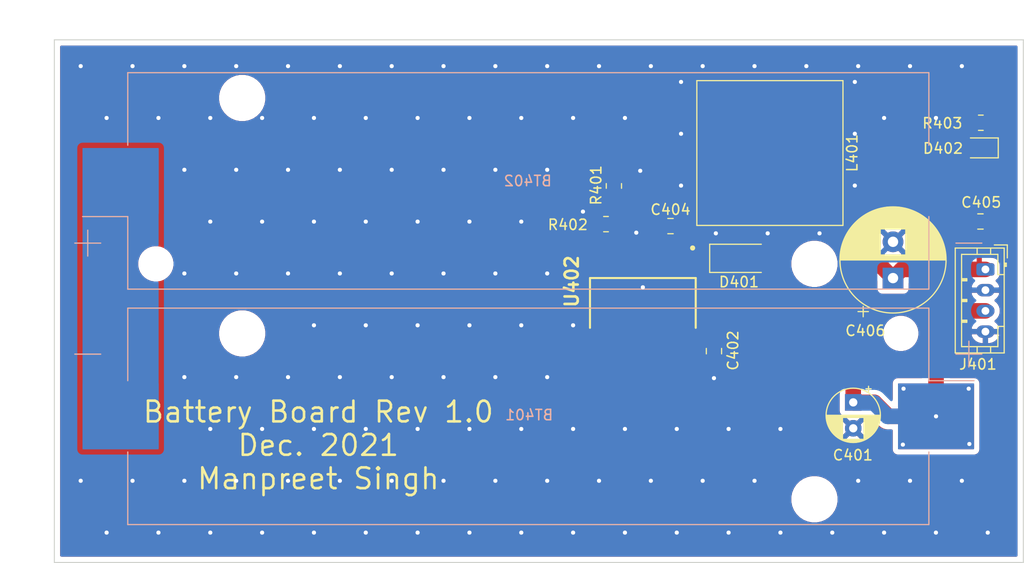
<source format=kicad_pcb>
(kicad_pcb (version 20171130) (host pcbnew 5.1.5+dfsg1-2build2)

  (general
    (thickness 1.6)
    (drawings 7)
    (tracks 181)
    (zones 0)
    (modules 15)
    (nets 10)
  )

  (page A4)
  (layers
    (0 F.Cu signal)
    (31 B.Cu signal)
    (32 B.Adhes user)
    (33 F.Adhes user)
    (34 B.Paste user)
    (35 F.Paste user)
    (36 B.SilkS user)
    (37 F.SilkS user)
    (38 B.Mask user)
    (39 F.Mask user)
    (40 Dwgs.User user)
    (41 Cmts.User user)
    (42 Eco1.User user)
    (43 Eco2.User user)
    (44 Edge.Cuts user)
    (45 Margin user)
    (46 B.CrtYd user)
    (47 F.CrtYd user)
    (48 B.Fab user)
    (49 F.Fab user)
  )

  (setup
    (last_trace_width 0.25)
    (user_trace_width 0.5)
    (user_trace_width 0.897604)
    (user_trace_width 1.5)
    (user_trace_width 7.34)
    (trace_clearance 0.2)
    (zone_clearance 0.508)
    (zone_45_only no)
    (trace_min 0.2)
    (via_size 0.8)
    (via_drill 0.4)
    (via_min_size 0.4)
    (via_min_drill 0.3)
    (uvia_size 0.3)
    (uvia_drill 0.1)
    (uvias_allowed no)
    (uvia_min_size 0.2)
    (uvia_min_drill 0.1)
    (edge_width 0.05)
    (segment_width 0.2)
    (pcb_text_width 0.3)
    (pcb_text_size 1.5 1.5)
    (mod_edge_width 0.153)
    (mod_text_size 0.85 0.85)
    (mod_text_width 0.17)
    (pad_size 6.85 10.5)
    (pad_drill 0)
    (pad_to_mask_clearance 0)
    (aux_axis_origin 0 0)
    (visible_elements 7FFFFFFF)
    (pcbplotparams
      (layerselection 0x010fc_ffffffff)
      (usegerberextensions false)
      (usegerberattributes false)
      (usegerberadvancedattributes false)
      (creategerberjobfile false)
      (excludeedgelayer true)
      (linewidth 0.100000)
      (plotframeref false)
      (viasonmask false)
      (mode 1)
      (useauxorigin false)
      (hpglpennumber 1)
      (hpglpenspeed 20)
      (hpglpendiameter 15.000000)
      (psnegative false)
      (psa4output false)
      (plotreference true)
      (plotvalue true)
      (plotinvisibletext false)
      (padsonsilk false)
      (subtractmaskfromsilk false)
      (outputformat 1)
      (mirror false)
      (drillshape 0)
      (scaleselection 1)
      (outputdirectory "gerber/"))
  )

  (net 0 "")
  (net 1 GND)
  (net 2 +5V)
  (net 3 +BATT)
  (net 4 "Net-(BT401-Pad2)")
  (net 5 "Net-(D402-Pad1)")
  (net 6 "Net-(U402-Pad7)")
  (net 7 /CB)
  (net 8 /SWITCH_OUT)
  (net 9 /FEEDBACK)

  (net_class Default "This is the default net class."
    (clearance 0.2)
    (trace_width 0.25)
    (via_dia 0.8)
    (via_drill 0.4)
    (uvia_dia 0.3)
    (uvia_drill 0.1)
    (add_net +5V)
    (add_net +BATT)
    (add_net /CB)
    (add_net /FEEDBACK)
    (add_net /SWITCH_OUT)
    (add_net GND)
    (add_net "Net-(BT401-Pad2)")
    (add_net "Net-(D402-Pad1)")
    (add_net "Net-(U402-Pad7)")
  )

  (module SamacSys_Parts:CDRH127 (layer F.Cu) (tedit 61AC280F) (tstamp 61AB42B0)
    (at 84.074 55.372 90)
    (path /60A2CC94)
    (fp_text reference L401 (at 0 8 90) (layer F.SilkS)
      (effects (font (size 1 1) (thickness 0.15)))
    )
    (fp_text value "22 uH" (at 0 -1 90) (layer F.Fab)
      (effects (font (size 1 1) (thickness 0.15)))
    )
    (fp_line (start -6.985 7.112) (end -6.985 -6.985) (layer F.SilkS) (width 0.12))
    (fp_line (start 6.985 7.112) (end -6.985 7.112) (layer F.SilkS) (width 0.12))
    (fp_line (start 6.985 -6.985) (end 6.985 7.112) (layer F.SilkS) (width 0.12))
    (fp_line (start -6.985 -6.985) (end 6.985 -6.985) (layer F.SilkS) (width 0.12))
    (fp_line (start -7 7) (end -7 -7) (layer F.CrtYd) (width 0.12))
    (fp_line (start 7 7) (end -7 7) (layer F.CrtYd) (width 0.12))
    (fp_line (start 7 -7) (end 7 7) (layer F.CrtYd) (width 0.12))
    (fp_line (start -7 -7) (end 7 -7) (layer F.CrtYd) (width 0.12))
    (pad 2 smd rect (at 0 4.9 90) (size 5 2.2) (layers F.Cu F.Paste F.Mask)
      (net 2 +5V))
    (pad 1 smd rect (at 0 -4.9 90) (size 5 2.2) (layers F.Cu F.Paste F.Mask)
      (net 8 /SWITCH_OUT))
  )

  (module Battery:BatteryHolder_Keystone_1042_1x18650 (layer B.Cu) (tedit 61689E0C) (tstamp 61674693)
    (at 60.833 58.062)
    (descr "Battery holder for 18650 cylindrical cells http://www.keyelco.com/product.cfm/product_id/918")
    (tags "18650 Keystone 1042 Li-ion")
    (path /616223C5)
    (attr smd)
    (fp_text reference BT402 (at -0.0508 0.0024) (layer B.SilkS)
      (effects (font (size 1 1) (thickness 0.15)) (justify mirror))
    )
    (fp_text value Battery_Cell (at 0 -11.3) (layer B.Fab)
      (effects (font (size 1 1) (thickness 0.15)) (justify mirror))
    )
    (fp_line (start -42.5 4.75) (end -42.5 7.25) (layer B.SilkS) (width 0.12))
    (fp_line (start -43.75 6) (end -41.25 6) (layer B.SilkS) (width 0.12))
    (fp_line (start -39.03 -3.68) (end -43.5 -3.68) (layer B.CrtYd) (width 0.05))
    (fp_line (start -43.5 -3.68) (end -43.5 3.68) (layer B.CrtYd) (width 0.05))
    (fp_line (start -43.5 3.68) (end -39.03 3.68) (layer B.CrtYd) (width 0.05))
    (fp_line (start 43.5 3.68) (end 39.03 3.68) (layer B.CrtYd) (width 0.05))
    (fp_line (start 39.03 -3.68) (end 43.5 -3.68) (layer B.CrtYd) (width 0.05))
    (fp_line (start -39.03 10.83) (end -39.03 3.68) (layer B.CrtYd) (width 0.05))
    (fp_line (start -39.03 -10.83) (end -39.03 -3.68) (layer B.CrtYd) (width 0.05))
    (fp_line (start 39.03 10.83) (end 39.03 3.68) (layer B.CrtYd) (width 0.05))
    (fp_line (start -39.03 10.83) (end 39.03 10.83) (layer B.CrtYd) (width 0.05))
    (fp_line (start -39.03 -10.83) (end 39.03 -10.83) (layer B.CrtYd) (width 0.05))
    (fp_line (start 38.53 10.33) (end 38.53 -10.33) (layer B.Fab) (width 0.1))
    (fp_line (start -33.3675 10.33) (end 38.53 10.33) (layer B.Fab) (width 0.1))
    (fp_line (start 43.75 6) (end 41.25 6) (layer B.SilkS) (width 0.12))
    (fp_line (start -38.53 5.1675) (end -38.53 -10.33) (layer B.Fab) (width 0.1))
    (fp_line (start -38.53 -10.33) (end 38.53 -10.33) (layer B.Fab) (width 0.1))
    (fp_line (start 38.64 3.44) (end 38.64 10.42) (layer B.SilkS) (width 0.12))
    (fp_line (start 38.64 10.44) (end -38.64 10.44) (layer B.SilkS) (width 0.12))
    (fp_line (start -38.64 10.44) (end -38.64 3.44) (layer B.SilkS) (width 0.12))
    (fp_line (start 38.64 -3.44) (end 38.64 -10.44) (layer B.SilkS) (width 0.12))
    (fp_line (start 38.64 -10.44) (end -38.64 -10.44) (layer B.SilkS) (width 0.12))
    (fp_line (start -38.64 -10.44) (end -38.64 -3.44) (layer B.SilkS) (width 0.12))
    (fp_line (start 39.03 -10.83) (end 39.03 -3.68) (layer B.CrtYd) (width 0.05))
    (fp_line (start 43.5 -3.68) (end 43.5 3.68) (layer B.CrtYd) (width 0.05))
    (fp_line (start -38.64 3.44) (end -43 3.44) (layer B.SilkS) (width 0.12))
    (fp_line (start -33.3675 10.33) (end -38.53 5.1675) (layer B.Fab) (width 0.1))
    (fp_text user %R (at 0 0) (layer B.Fab)
      (effects (font (size 1 1) (thickness 0.15)) (justify mirror))
    )
    (pad "" np_thru_hole circle (at -35.93 8) (size 2.39 2.39) (drill 2.39) (layers *.Cu *.Mask))
    (pad "" np_thru_hole circle (at -27.6 -8) (size 3.45 3.45) (drill 3.45) (layers *.Cu *.Mask))
    (pad "" np_thru_hole circle (at 27.6 8) (size 3.45 3.45) (drill 3.45) (layers *.Cu *.Mask))
    (pad 2 smd rect (at 39.33 0) (size 7.34 6.35) (layers B.Cu B.Paste B.Mask)
      (net 1 GND) (zone_connect 2))
    (pad 1 smd rect (at -39.33 0) (size 7.34 6.35) (layers B.Cu B.Paste B.Mask)
      (net 4 "Net-(BT401-Pad2)") (zone_connect 2))
    (model ${KISYS3DMOD}/Battery.3dshapes/BatteryHolder_Keystone_1042_1x18650.wrl
      (at (xyz 0 0 0))
      (scale (xyz 1 1 1))
      (rotate (xyz 0 0 0))
    )
  )

  (module Connector_JST:JST_PH_B4B-PH-K_1x04_P2.00mm_Vertical (layer F.Cu) (tedit 5B7745C2) (tstamp 616F2A55)
    (at 104.9274 66.5988 270)
    (descr "JST PH series connector, B4B-PH-K (http://www.jst-mfg.com/product/pdf/eng/ePH.pdf), generated with kicad-footprint-generator")
    (tags "connector JST PH side entry")
    (path /616A0CC6)
    (fp_text reference J401 (at 9.1567 0.7239 180) (layer F.SilkS)
      (effects (font (size 1 1) (thickness 0.15)))
    )
    (fp_text value Conn_01x04 (at 3 4 90) (layer F.Fab)
      (effects (font (size 1 1) (thickness 0.15)))
    )
    (fp_line (start 8.45 -2.2) (end -2.45 -2.2) (layer F.CrtYd) (width 0.05))
    (fp_line (start 8.45 3.3) (end 8.45 -2.2) (layer F.CrtYd) (width 0.05))
    (fp_line (start -2.45 3.3) (end 8.45 3.3) (layer F.CrtYd) (width 0.05))
    (fp_line (start -2.45 -2.2) (end -2.45 3.3) (layer F.CrtYd) (width 0.05))
    (fp_line (start 7.95 -1.7) (end -1.95 -1.7) (layer F.Fab) (width 0.1))
    (fp_line (start 7.95 2.8) (end 7.95 -1.7) (layer F.Fab) (width 0.1))
    (fp_line (start -1.95 2.8) (end 7.95 2.8) (layer F.Fab) (width 0.1))
    (fp_line (start -1.95 -1.7) (end -1.95 2.8) (layer F.Fab) (width 0.1))
    (fp_line (start -2.36 -2.11) (end -2.36 -0.86) (layer F.Fab) (width 0.1))
    (fp_line (start -1.11 -2.11) (end -2.36 -2.11) (layer F.Fab) (width 0.1))
    (fp_line (start -2.36 -2.11) (end -2.36 -0.86) (layer F.SilkS) (width 0.12))
    (fp_line (start -1.11 -2.11) (end -2.36 -2.11) (layer F.SilkS) (width 0.12))
    (fp_line (start 5 2.3) (end 5 1.8) (layer F.SilkS) (width 0.12))
    (fp_line (start 5.1 1.8) (end 5.1 2.3) (layer F.SilkS) (width 0.12))
    (fp_line (start 4.9 1.8) (end 5.1 1.8) (layer F.SilkS) (width 0.12))
    (fp_line (start 4.9 2.3) (end 4.9 1.8) (layer F.SilkS) (width 0.12))
    (fp_line (start 3 2.3) (end 3 1.8) (layer F.SilkS) (width 0.12))
    (fp_line (start 3.1 1.8) (end 3.1 2.3) (layer F.SilkS) (width 0.12))
    (fp_line (start 2.9 1.8) (end 3.1 1.8) (layer F.SilkS) (width 0.12))
    (fp_line (start 2.9 2.3) (end 2.9 1.8) (layer F.SilkS) (width 0.12))
    (fp_line (start 1 2.3) (end 1 1.8) (layer F.SilkS) (width 0.12))
    (fp_line (start 1.1 1.8) (end 1.1 2.3) (layer F.SilkS) (width 0.12))
    (fp_line (start 0.9 1.8) (end 1.1 1.8) (layer F.SilkS) (width 0.12))
    (fp_line (start 0.9 2.3) (end 0.9 1.8) (layer F.SilkS) (width 0.12))
    (fp_line (start 8.06 0.8) (end 7.45 0.8) (layer F.SilkS) (width 0.12))
    (fp_line (start 8.06 -0.5) (end 7.45 -0.5) (layer F.SilkS) (width 0.12))
    (fp_line (start -2.06 0.8) (end -1.45 0.8) (layer F.SilkS) (width 0.12))
    (fp_line (start -2.06 -0.5) (end -1.45 -0.5) (layer F.SilkS) (width 0.12))
    (fp_line (start 5.5 -1.2) (end 5.5 -1.81) (layer F.SilkS) (width 0.12))
    (fp_line (start 7.45 -1.2) (end 5.5 -1.2) (layer F.SilkS) (width 0.12))
    (fp_line (start 7.45 2.3) (end 7.45 -1.2) (layer F.SilkS) (width 0.12))
    (fp_line (start -1.45 2.3) (end 7.45 2.3) (layer F.SilkS) (width 0.12))
    (fp_line (start -1.45 -1.2) (end -1.45 2.3) (layer F.SilkS) (width 0.12))
    (fp_line (start 0.5 -1.2) (end -1.45 -1.2) (layer F.SilkS) (width 0.12))
    (fp_line (start 0.5 -1.81) (end 0.5 -1.2) (layer F.SilkS) (width 0.12))
    (fp_line (start -0.3 -1.91) (end -0.6 -1.91) (layer F.SilkS) (width 0.12))
    (fp_line (start -0.6 -2.01) (end -0.6 -1.81) (layer F.SilkS) (width 0.12))
    (fp_line (start -0.3 -2.01) (end -0.6 -2.01) (layer F.SilkS) (width 0.12))
    (fp_line (start -0.3 -1.81) (end -0.3 -2.01) (layer F.SilkS) (width 0.12))
    (fp_line (start 8.06 -1.81) (end -2.06 -1.81) (layer F.SilkS) (width 0.12))
    (fp_line (start 8.06 2.91) (end 8.06 -1.81) (layer F.SilkS) (width 0.12))
    (fp_line (start -2.06 2.91) (end 8.06 2.91) (layer F.SilkS) (width 0.12))
    (fp_line (start -2.06 -1.81) (end -2.06 2.91) (layer F.SilkS) (width 0.12))
    (fp_text user %R (at 3 1.5 90) (layer F.Fab)
      (effects (font (size 1 1) (thickness 0.15)))
    )
    (pad 4 thru_hole oval (at 6 0 270) (size 1.2 1.75) (drill 0.75) (layers *.Cu *.Mask)
      (net 1 GND))
    (pad 3 thru_hole oval (at 4 0 270) (size 1.2 1.75) (drill 0.75) (layers *.Cu *.Mask)
      (net 3 +BATT))
    (pad 2 thru_hole oval (at 2 0 270) (size 1.2 1.75) (drill 0.75) (layers *.Cu *.Mask)
      (net 1 GND))
    (pad 1 thru_hole roundrect (at 0 0 270) (size 1.2 1.75) (drill 0.75) (layers *.Cu *.Mask) (roundrect_rratio 0.208333)
      (net 2 +5V))
    (model ${KISYS3DMOD}/Connector_JST.3dshapes/JST_PH_B4B-PH-K_1x04_P2.00mm_Vertical.wrl
      (at (xyz 0 0 0))
      (scale (xyz 1 1 1))
      (rotate (xyz 0 0 0))
    )
  )

  (module Battery:BatteryHolder_Keystone_1042_1x18650 (layer B.Cu) (tedit 61689DD6) (tstamp 61674627)
    (at 60.833 80.772 180)
    (descr "Battery holder for 18650 cylindrical cells http://www.keyelco.com/product.cfm/product_id/918")
    (tags "18650 Keystone 1042 Li-ion")
    (path /61621A89)
    (attr smd)
    (fp_text reference BT401 (at -0.0762 0.127) (layer B.SilkS)
      (effects (font (size 1 1) (thickness 0.15)) (justify mirror))
    )
    (fp_text value Battery_Cell (at 0 -11.3) (layer B.Fab)
      (effects (font (size 1 1) (thickness 0.15)) (justify mirror))
    )
    (fp_line (start -42.5 4.75) (end -42.5 7.25) (layer B.SilkS) (width 0.12))
    (fp_line (start -43.75 6) (end -41.25 6) (layer B.SilkS) (width 0.12))
    (fp_line (start -39.03 -3.68) (end -43.5 -3.68) (layer B.CrtYd) (width 0.05))
    (fp_line (start -43.5 -3.68) (end -43.5 3.68) (layer B.CrtYd) (width 0.05))
    (fp_line (start -43.5 3.68) (end -39.03 3.68) (layer B.CrtYd) (width 0.05))
    (fp_line (start 43.5 3.68) (end 39.03 3.68) (layer B.CrtYd) (width 0.05))
    (fp_line (start 39.03 -3.68) (end 43.5 -3.68) (layer B.CrtYd) (width 0.05))
    (fp_line (start -39.03 10.83) (end -39.03 3.68) (layer B.CrtYd) (width 0.05))
    (fp_line (start -39.03 -10.83) (end -39.03 -3.68) (layer B.CrtYd) (width 0.05))
    (fp_line (start 39.03 10.83) (end 39.03 3.68) (layer B.CrtYd) (width 0.05))
    (fp_line (start -39.03 10.83) (end 39.03 10.83) (layer B.CrtYd) (width 0.05))
    (fp_line (start -39.03 -10.83) (end 39.03 -10.83) (layer B.CrtYd) (width 0.05))
    (fp_line (start 38.53 10.33) (end 38.53 -10.33) (layer B.Fab) (width 0.1))
    (fp_line (start -33.3675 10.33) (end 38.53 10.33) (layer B.Fab) (width 0.1))
    (fp_line (start 43.75 6) (end 41.25 6) (layer B.SilkS) (width 0.12))
    (fp_line (start -38.53 5.1675) (end -38.53 -10.33) (layer B.Fab) (width 0.1))
    (fp_line (start -38.53 -10.33) (end 38.53 -10.33) (layer B.Fab) (width 0.1))
    (fp_line (start 38.64 3.44) (end 38.64 10.42) (layer B.SilkS) (width 0.12))
    (fp_line (start 38.64 10.44) (end -38.64 10.44) (layer B.SilkS) (width 0.12))
    (fp_line (start -38.64 10.44) (end -38.64 3.44) (layer B.SilkS) (width 0.12))
    (fp_line (start 38.64 -3.44) (end 38.64 -10.44) (layer B.SilkS) (width 0.12))
    (fp_line (start 38.64 -10.44) (end -38.64 -10.44) (layer B.SilkS) (width 0.12))
    (fp_line (start -38.64 -10.44) (end -38.64 -3.44) (layer B.SilkS) (width 0.12))
    (fp_line (start 39.03 -10.83) (end 39.03 -3.68) (layer B.CrtYd) (width 0.05))
    (fp_line (start 43.5 -3.68) (end 43.5 3.68) (layer B.CrtYd) (width 0.05))
    (fp_line (start -38.64 3.44) (end -43 3.44) (layer B.SilkS) (width 0.12))
    (fp_line (start -33.3675 10.33) (end -38.53 5.1675) (layer B.Fab) (width 0.1))
    (fp_text user %R (at 0 0) (layer B.Fab)
      (effects (font (size 1 1) (thickness 0.15)) (justify mirror))
    )
    (pad "" np_thru_hole circle (at -35.93 8 180) (size 2.39 2.39) (drill 2.39) (layers *.Cu *.Mask))
    (pad "" np_thru_hole circle (at -27.6 -8 180) (size 3.45 3.45) (drill 3.45) (layers *.Cu *.Mask))
    (pad "" np_thru_hole circle (at 27.6 8 180) (size 3.45 3.45) (drill 3.45) (layers *.Cu *.Mask))
    (pad 2 smd rect (at 39.33 0 180) (size 7.34 6.35) (layers B.Cu B.Paste B.Mask)
      (net 4 "Net-(BT401-Pad2)") (zone_connect 2))
    (pad 1 smd rect (at -39.33 0 180) (size 7.34 6.35) (layers B.Cu B.Paste B.Mask)
      (net 3 +BATT))
    (model ${KISYS3DMOD}/Battery.3dshapes/BatteryHolder_Keystone_1042_1x18650.wrl
      (at (xyz 0 0 0))
      (scale (xyz 1 1 1))
      (rotate (xyz 0 0 0))
    )
  )

  (module SamacSys_Parts:TO127P1435X464-8N (layer F.Cu) (tedit 61AAEADE) (tstamp 6167DFDA)
    (at 71.882 71.882 270)
    (descr KTW0007B)
    (tags "Integrated Circuit")
    (path /60A2CC5E)
    (attr smd)
    (fp_text reference U402 (at -4.1275 6.858 270) (layer F.SilkS)
      (effects (font (size 1.27 1.27) (thickness 0.254)))
    )
    (fp_text value LM2678S-ADJ_NOPB (at 0 0 90) (layer F.SilkS) hide
      (effects (font (size 1.27 1.27) (thickness 0.254)))
    )
    (fp_line (start -2.86 5.205) (end 6.03 5.205) (layer F.CrtYd) (width 0.001))
    (fp_line (start 6.03 5.205) (end 6.03 -5.205) (layer F.CrtYd) (width 0.001))
    (fp_line (start 6.03 -5.205) (end -2.86 -5.205) (layer F.CrtYd) (width 0.001))
    (fp_line (start -2.86 -5.205) (end -2.86 5.205) (layer F.CrtYd) (width 0.001))
    (fp_line (start -7.85 5.5) (end 7.85 5.5) (layer F.CrtYd) (width 0.05))
    (fp_line (start 7.85 5.5) (end 7.85 -5.5) (layer F.CrtYd) (width 0.05))
    (fp_line (start 7.85 -5.5) (end -7.85 -5.5) (layer F.CrtYd) (width 0.05))
    (fp_line (start -7.85 -5.5) (end -7.85 5.5) (layer F.CrtYd) (width 0.05))
    (fp_line (start 0 0.5) (end 0 -0.5) (layer F.CrtYd) (width 0.05))
    (fp_line (start -0.5 0) (end 0.5 0) (layer F.CrtYd) (width 0.05))
    (fp_line (start -2.735 5.112) (end 5.905 5.112) (layer F.Fab) (width 0.1))
    (fp_line (start 5.905 5.112) (end 5.905 -5.112) (layer F.Fab) (width 0.1))
    (fp_line (start 5.905 -5.112) (end -2.735 -5.112) (layer F.Fab) (width 0.1))
    (fp_line (start -2.735 -5.112) (end -2.735 5.112) (layer F.Fab) (width 0.1))
    (fp_line (start 5.905 5.112) (end 6.324 5.112) (layer F.Fab) (width 0.1))
    (fp_line (start 6.324 5.112) (end 7.175 4.17) (layer F.Fab) (width 0.1))
    (fp_line (start 7.175 4.17) (end 7.175 -4.17) (layer F.Fab) (width 0.1))
    (fp_line (start 7.175 -4.17) (end 6.324 -5.112) (layer F.Fab) (width 0.1))
    (fp_line (start 6.324 -5.112) (end 5.905 -5.112) (layer F.Fab) (width 0.1))
    (fp_line (start 0.35 5.1) (end -4.45 5.1) (layer F.SilkS) (width 0.2))
    (fp_line (start -4.45 5.1) (end -4.45 -5.1) (layer F.SilkS) (width 0.2))
    (fp_line (start -4.45 -5.1) (end 0.35 -5.1) (layer F.SilkS) (width 0.2))
    (fp_circle (center -7.35 -4.8) (end -7.35 -4.675) (layer F.SilkS) (width 0.25))
    (fp_text user %R (at 0 0 90) (layer F.Fab)
      (effects (font (size 1.27 1.27) (thickness 0.254)))
    )
    (pad 8 smd rect (at 4.15 0 270) (size 6.85 10.5) (layers F.Cu F.Paste F.Mask)
      (net 1 GND) (zone_connect 1))
    (pad 7 smd rect (at -6.2 3.81) (size 0.9 2.8) (layers F.Cu F.Paste F.Mask)
      (net 6 "Net-(U402-Pad7)"))
    (pad 6 smd rect (at -6.2 2.54) (size 0.9 2.8) (layers F.Cu F.Paste F.Mask)
      (net 9 /FEEDBACK))
    (pad 5 smd rect (at -6.2 1.27) (size 0.9 2.8) (layers F.Cu F.Paste F.Mask))
    (pad 4 smd rect (at -6.2 0) (size 0.9 2.8) (layers F.Cu F.Paste F.Mask)
      (net 1 GND))
    (pad 3 smd rect (at -6.2 -1.27) (size 0.9 2.8) (layers F.Cu F.Paste F.Mask)
      (net 7 /CB))
    (pad 2 smd rect (at -6.2 -2.54) (size 0.9 2.8) (layers F.Cu F.Paste F.Mask)
      (net 3 +BATT))
    (pad 1 smd rect (at -6.2 -3.81) (size 0.9 2.8) (layers F.Cu F.Paste F.Mask)
      (net 8 /SWITCH_OUT))
    (model ${KIPRJMOD}/ProjectLib/SamacSys_Parts.3dshapes/LM2678S-5.0_NOPB.stp
      (offset (xyz 6 0 0))
      (scale (xyz 1 1 1))
      (rotate (xyz -90 0 90))
    )
  )

  (module Resistor_SMD:R_0805_2012Metric (layer F.Cu) (tedit 5F68FEEE) (tstamp 6167CBA8)
    (at 104.4848 52.451 180)
    (descr "Resistor SMD 0805 (2012 Metric), square (rectangular) end terminal, IPC_7351 nominal, (Body size source: IPC-SM-782 page 72, https://www.pcb-3d.com/wordpress/wp-content/uploads/ipc-sm-782a_amendment_1_and_2.pdf), generated with kicad-footprint-generator")
    (tags resistor)
    (path /60A2CCE3)
    (attr smd)
    (fp_text reference R403 (at 3.7103 -0.0508) (layer F.SilkS)
      (effects (font (size 1 1) (thickness 0.15)))
    )
    (fp_text value 1k (at 0 1.65) (layer F.Fab)
      (effects (font (size 1 1) (thickness 0.15)))
    )
    (fp_line (start -1 0.625) (end -1 -0.625) (layer F.Fab) (width 0.1))
    (fp_line (start -1 -0.625) (end 1 -0.625) (layer F.Fab) (width 0.1))
    (fp_line (start 1 -0.625) (end 1 0.625) (layer F.Fab) (width 0.1))
    (fp_line (start 1 0.625) (end -1 0.625) (layer F.Fab) (width 0.1))
    (fp_line (start -0.227064 -0.735) (end 0.227064 -0.735) (layer F.SilkS) (width 0.12))
    (fp_line (start -0.227064 0.735) (end 0.227064 0.735) (layer F.SilkS) (width 0.12))
    (fp_line (start -1.68 0.95) (end -1.68 -0.95) (layer F.CrtYd) (width 0.05))
    (fp_line (start -1.68 -0.95) (end 1.68 -0.95) (layer F.CrtYd) (width 0.05))
    (fp_line (start 1.68 -0.95) (end 1.68 0.95) (layer F.CrtYd) (width 0.05))
    (fp_line (start 1.68 0.95) (end -1.68 0.95) (layer F.CrtYd) (width 0.05))
    (fp_text user %R (at 0 0) (layer F.Fab)
      (effects (font (size 0.5 0.5) (thickness 0.08)))
    )
    (pad 2 smd roundrect (at 0.9125 0 180) (size 1.025 1.4) (layers F.Cu F.Paste F.Mask) (roundrect_rratio 0.243902)
      (net 1 GND))
    (pad 1 smd roundrect (at -0.9125 0 180) (size 1.025 1.4) (layers F.Cu F.Paste F.Mask) (roundrect_rratio 0.243902)
      (net 5 "Net-(D402-Pad1)"))
    (model ${KISYS3DMOD}/Resistor_SMD.3dshapes/R_0805_2012Metric.wrl
      (at (xyz 0 0 0))
      (scale (xyz 1 1 1))
      (rotate (xyz 0 0 0))
    )
  )

  (module Resistor_SMD:R_0805_2012Metric (layer F.Cu) (tedit 5F68FEEE) (tstamp 6167CB97)
    (at 68.326 62.23 180)
    (descr "Resistor SMD 0805 (2012 Metric), square (rectangular) end terminal, IPC_7351 nominal, (Body size source: IPC-SM-782 page 72, https://www.pcb-3d.com/wordpress/wp-content/uploads/ipc-sm-782a_amendment_1_and_2.pdf), generated with kicad-footprint-generator")
    (tags resistor)
    (path /60A2CC88)
    (attr smd)
    (fp_text reference R402 (at 3.683 -0.0635) (layer F.SilkS)
      (effects (font (size 1 1) (thickness 0.15)))
    )
    (fp_text value 1k (at 0 1.65) (layer F.Fab)
      (effects (font (size 1 1) (thickness 0.15)))
    )
    (fp_line (start -1 0.625) (end -1 -0.625) (layer F.Fab) (width 0.1))
    (fp_line (start -1 -0.625) (end 1 -0.625) (layer F.Fab) (width 0.1))
    (fp_line (start 1 -0.625) (end 1 0.625) (layer F.Fab) (width 0.1))
    (fp_line (start 1 0.625) (end -1 0.625) (layer F.Fab) (width 0.1))
    (fp_line (start -0.227064 -0.735) (end 0.227064 -0.735) (layer F.SilkS) (width 0.12))
    (fp_line (start -0.227064 0.735) (end 0.227064 0.735) (layer F.SilkS) (width 0.12))
    (fp_line (start -1.68 0.95) (end -1.68 -0.95) (layer F.CrtYd) (width 0.05))
    (fp_line (start -1.68 -0.95) (end 1.68 -0.95) (layer F.CrtYd) (width 0.05))
    (fp_line (start 1.68 -0.95) (end 1.68 0.95) (layer F.CrtYd) (width 0.05))
    (fp_line (start 1.68 0.95) (end -1.68 0.95) (layer F.CrtYd) (width 0.05))
    (fp_text user %R (at 0 0) (layer F.Fab)
      (effects (font (size 0.5 0.5) (thickness 0.08)))
    )
    (pad 2 smd roundrect (at 0.9125 0 180) (size 1.025 1.4) (layers F.Cu F.Paste F.Mask) (roundrect_rratio 0.243902)
      (net 1 GND))
    (pad 1 smd roundrect (at -0.9125 0 180) (size 1.025 1.4) (layers F.Cu F.Paste F.Mask) (roundrect_rratio 0.243902)
      (net 9 /FEEDBACK))
    (model ${KISYS3DMOD}/Resistor_SMD.3dshapes/R_0805_2012Metric.wrl
      (at (xyz 0 0 0))
      (scale (xyz 1 1 1))
      (rotate (xyz 0 0 0))
    )
  )

  (module Resistor_SMD:R_0805_2012Metric (layer F.Cu) (tedit 5F68FEEE) (tstamp 6167CB86)
    (at 69.088 58.547 270)
    (descr "Resistor SMD 0805 (2012 Metric), square (rectangular) end terminal, IPC_7351 nominal, (Body size source: IPC-SM-782 page 72, https://www.pcb-3d.com/wordpress/wp-content/uploads/ipc-sm-782a_amendment_1_and_2.pdf), generated with kicad-footprint-generator")
    (tags resistor)
    (path /60A2CC82)
    (attr smd)
    (fp_text reference R401 (at -0.0635 1.7145 270) (layer F.SilkS)
      (effects (font (size 1 1) (thickness 0.15)))
    )
    (fp_text value 3.16k (at 0 1.65 90) (layer F.Fab)
      (effects (font (size 1 1) (thickness 0.15)))
    )
    (fp_line (start -1 0.625) (end -1 -0.625) (layer F.Fab) (width 0.1))
    (fp_line (start -1 -0.625) (end 1 -0.625) (layer F.Fab) (width 0.1))
    (fp_line (start 1 -0.625) (end 1 0.625) (layer F.Fab) (width 0.1))
    (fp_line (start 1 0.625) (end -1 0.625) (layer F.Fab) (width 0.1))
    (fp_line (start -0.227064 -0.735) (end 0.227064 -0.735) (layer F.SilkS) (width 0.12))
    (fp_line (start -0.227064 0.735) (end 0.227064 0.735) (layer F.SilkS) (width 0.12))
    (fp_line (start -1.68 0.95) (end -1.68 -0.95) (layer F.CrtYd) (width 0.05))
    (fp_line (start -1.68 -0.95) (end 1.68 -0.95) (layer F.CrtYd) (width 0.05))
    (fp_line (start 1.68 -0.95) (end 1.68 0.95) (layer F.CrtYd) (width 0.05))
    (fp_line (start 1.68 0.95) (end -1.68 0.95) (layer F.CrtYd) (width 0.05))
    (fp_text user %R (at 0 0 90) (layer F.Fab)
      (effects (font (size 0.5 0.5) (thickness 0.08)))
    )
    (pad 2 smd roundrect (at 0.9125 0 270) (size 1.025 1.4) (layers F.Cu F.Paste F.Mask) (roundrect_rratio 0.243902)
      (net 9 /FEEDBACK))
    (pad 1 smd roundrect (at -0.9125 0 270) (size 1.025 1.4) (layers F.Cu F.Paste F.Mask) (roundrect_rratio 0.243902)
      (net 2 +5V))
    (model ${KISYS3DMOD}/Resistor_SMD.3dshapes/R_0805_2012Metric.wrl
      (at (xyz 0 0 0))
      (scale (xyz 1 1 1))
      (rotate (xyz 0 0 0))
    )
  )

  (module LED_SMD:LED_0805_2012Metric (layer F.Cu) (tedit 5F68FEF1) (tstamp 6167CB64)
    (at 104.4806 54.8767 180)
    (descr "LED SMD 0805 (2012 Metric), square (rectangular) end terminal, IPC_7351 nominal, (Body size source: https://docs.google.com/spreadsheets/d/1BsfQQcO9C6DZCsRaXUlFlo91Tg2WpOkGARC1WS5S8t0/edit?usp=sharing), generated with kicad-footprint-generator")
    (tags LED)
    (path /60A2CCE9)
    (attr smd)
    (fp_text reference D402 (at 3.6426 -0.0508 180) (layer F.SilkS)
      (effects (font (size 1 1) (thickness 0.15)))
    )
    (fp_text value LED (at 0 1.65 180) (layer F.Fab)
      (effects (font (size 1 1) (thickness 0.15)))
    )
    (fp_line (start 1 -0.6) (end -0.7 -0.6) (layer F.Fab) (width 0.1))
    (fp_line (start -0.7 -0.6) (end -1 -0.3) (layer F.Fab) (width 0.1))
    (fp_line (start -1 -0.3) (end -1 0.6) (layer F.Fab) (width 0.1))
    (fp_line (start -1 0.6) (end 1 0.6) (layer F.Fab) (width 0.1))
    (fp_line (start 1 0.6) (end 1 -0.6) (layer F.Fab) (width 0.1))
    (fp_line (start 1 -0.96) (end -1.685 -0.96) (layer F.SilkS) (width 0.12))
    (fp_line (start -1.685 -0.96) (end -1.685 0.96) (layer F.SilkS) (width 0.12))
    (fp_line (start -1.685 0.96) (end 1 0.96) (layer F.SilkS) (width 0.12))
    (fp_line (start -1.68 0.95) (end -1.68 -0.95) (layer F.CrtYd) (width 0.05))
    (fp_line (start -1.68 -0.95) (end 1.68 -0.95) (layer F.CrtYd) (width 0.05))
    (fp_line (start 1.68 -0.95) (end 1.68 0.95) (layer F.CrtYd) (width 0.05))
    (fp_line (start 1.68 0.95) (end -1.68 0.95) (layer F.CrtYd) (width 0.05))
    (fp_text user %R (at 0 0 180) (layer F.Fab)
      (effects (font (size 0.5 0.5) (thickness 0.08)))
    )
    (pad 2 smd roundrect (at 0.9375 0 180) (size 0.975 1.4) (layers F.Cu F.Paste F.Mask) (roundrect_rratio 0.25)
      (net 2 +5V))
    (pad 1 smd roundrect (at -0.9375 0 180) (size 0.975 1.4) (layers F.Cu F.Paste F.Mask) (roundrect_rratio 0.25)
      (net 5 "Net-(D402-Pad1)"))
    (model ${KISYS3DMOD}/LED_SMD.3dshapes/LED_0805_2012Metric.wrl
      (at (xyz 0 0 0))
      (scale (xyz 1 1 1))
      (rotate (xyz 0 0 0))
    )
  )

  (module Diode_SMD:D_SOD-128 (layer F.Cu) (tedit 5D3216F4) (tstamp 6167CB51)
    (at 81.407 65.532)
    (descr "D_SOD-128 (CFP5 SlimSMAW), https://assets.nexperia.com/documents/outline-drawing/SOD128.pdf")
    (tags D_SOD-128)
    (path /60A2CC7C)
    (attr smd)
    (fp_text reference D401 (at -0.254 2.286) (layer F.SilkS)
      (effects (font (size 1 1) (thickness 0.15)))
    )
    (fp_text value D_Schottky (at 0 2) (layer F.Fab)
      (effects (font (size 1 1) (thickness 0.15)))
    )
    (fp_line (start -3.08 -1.36) (end -3.08 1.36) (layer F.SilkS) (width 0.12))
    (fp_line (start 0.25 0) (end 0.75 0) (layer F.Fab) (width 0.1))
    (fp_line (start 0.25 0.4) (end -0.35 0) (layer F.Fab) (width 0.1))
    (fp_line (start 0.25 -0.4) (end 0.25 0.4) (layer F.Fab) (width 0.1))
    (fp_line (start -0.35 0) (end 0.25 -0.4) (layer F.Fab) (width 0.1))
    (fp_line (start -0.35 0) (end -0.35 0.55) (layer F.Fab) (width 0.1))
    (fp_line (start -0.35 0) (end -0.35 -0.55) (layer F.Fab) (width 0.1))
    (fp_line (start -0.75 0) (end -0.35 0) (layer F.Fab) (width 0.1))
    (fp_line (start -1.9 1.25) (end -1.9 -1.25) (layer F.Fab) (width 0.1))
    (fp_line (start 1.9 1.25) (end -1.9 1.25) (layer F.Fab) (width 0.1))
    (fp_line (start 1.9 -1.25) (end 1.9 1.25) (layer F.Fab) (width 0.1))
    (fp_line (start -1.9 -1.25) (end 1.9 -1.25) (layer F.Fab) (width 0.1))
    (fp_line (start -3.15 -1.5) (end 3.15 -1.5) (layer F.CrtYd) (width 0.05))
    (fp_line (start 3.15 -1.5) (end 3.15 1.5) (layer F.CrtYd) (width 0.05))
    (fp_line (start 3.15 1.5) (end -3.15 1.5) (layer F.CrtYd) (width 0.05))
    (fp_line (start -3.15 -1.5) (end -3.15 1.5) (layer F.CrtYd) (width 0.05))
    (fp_line (start -3.08 1.36) (end 1.9 1.36) (layer F.SilkS) (width 0.12))
    (fp_line (start -3.08 -1.36) (end 1.9 -1.36) (layer F.SilkS) (width 0.12))
    (fp_text user %R (at 0 -2) (layer F.Fab)
      (effects (font (size 1 1) (thickness 0.15)))
    )
    (pad 2 smd rect (at 2.2 0) (size 1.4 2.1) (layers F.Cu F.Paste F.Mask)
      (net 1 GND))
    (pad 1 smd rect (at -2.2 0) (size 1.4 2.1) (layers F.Cu F.Paste F.Mask)
      (net 8 /SWITCH_OUT))
    (model ${KISYS3DMOD}/Diode_SMD.3dshapes/D_SOD-128.wrl
      (at (xyz 0 0 0))
      (scale (xyz 1 1 1))
      (rotate (xyz 0 0 0))
    )
  )

  (module Capacitor_THT:CP_Radial_D10.0mm_P3.50mm (layer F.Cu) (tedit 5AE50EF0) (tstamp 6167CB27)
    (at 96.012 67.437 90)
    (descr "CP, Radial series, Radial, pin pitch=3.50mm, , diameter=10mm, Electrolytic Capacitor")
    (tags "CP Radial series Radial pin pitch 3.50mm  diameter 10mm Electrolytic Capacitor")
    (path /60A2CC76)
    (fp_text reference C406 (at -5.08 -2.667 180) (layer F.SilkS)
      (effects (font (size 1 1) (thickness 0.15)))
    )
    (fp_text value 1000uF (at 1.75 6.25 90) (layer F.Fab)
      (effects (font (size 1 1) (thickness 0.15)))
    )
    (fp_circle (center 1.75 0) (end 6.75 0) (layer F.Fab) (width 0.1))
    (fp_circle (center 1.75 0) (end 6.87 0) (layer F.SilkS) (width 0.12))
    (fp_circle (center 1.75 0) (end 7 0) (layer F.CrtYd) (width 0.05))
    (fp_line (start -2.538861 -2.1875) (end -1.538861 -2.1875) (layer F.Fab) (width 0.1))
    (fp_line (start -2.038861 -2.6875) (end -2.038861 -1.6875) (layer F.Fab) (width 0.1))
    (fp_line (start 1.75 -5.08) (end 1.75 5.08) (layer F.SilkS) (width 0.12))
    (fp_line (start 1.79 -5.08) (end 1.79 5.08) (layer F.SilkS) (width 0.12))
    (fp_line (start 1.83 -5.08) (end 1.83 5.08) (layer F.SilkS) (width 0.12))
    (fp_line (start 1.87 -5.079) (end 1.87 5.079) (layer F.SilkS) (width 0.12))
    (fp_line (start 1.91 -5.078) (end 1.91 5.078) (layer F.SilkS) (width 0.12))
    (fp_line (start 1.95 -5.077) (end 1.95 5.077) (layer F.SilkS) (width 0.12))
    (fp_line (start 1.99 -5.075) (end 1.99 5.075) (layer F.SilkS) (width 0.12))
    (fp_line (start 2.03 -5.073) (end 2.03 5.073) (layer F.SilkS) (width 0.12))
    (fp_line (start 2.07 -5.07) (end 2.07 5.07) (layer F.SilkS) (width 0.12))
    (fp_line (start 2.11 -5.068) (end 2.11 5.068) (layer F.SilkS) (width 0.12))
    (fp_line (start 2.15 -5.065) (end 2.15 5.065) (layer F.SilkS) (width 0.12))
    (fp_line (start 2.19 -5.062) (end 2.19 5.062) (layer F.SilkS) (width 0.12))
    (fp_line (start 2.23 -5.058) (end 2.23 5.058) (layer F.SilkS) (width 0.12))
    (fp_line (start 2.27 -5.054) (end 2.27 -1.241) (layer F.SilkS) (width 0.12))
    (fp_line (start 2.27 1.241) (end 2.27 5.054) (layer F.SilkS) (width 0.12))
    (fp_line (start 2.31 -5.05) (end 2.31 -1.241) (layer F.SilkS) (width 0.12))
    (fp_line (start 2.31 1.241) (end 2.31 5.05) (layer F.SilkS) (width 0.12))
    (fp_line (start 2.35 -5.045) (end 2.35 -1.241) (layer F.SilkS) (width 0.12))
    (fp_line (start 2.35 1.241) (end 2.35 5.045) (layer F.SilkS) (width 0.12))
    (fp_line (start 2.39 -5.04) (end 2.39 -1.241) (layer F.SilkS) (width 0.12))
    (fp_line (start 2.39 1.241) (end 2.39 5.04) (layer F.SilkS) (width 0.12))
    (fp_line (start 2.43 -5.035) (end 2.43 -1.241) (layer F.SilkS) (width 0.12))
    (fp_line (start 2.43 1.241) (end 2.43 5.035) (layer F.SilkS) (width 0.12))
    (fp_line (start 2.471 -5.03) (end 2.471 -1.241) (layer F.SilkS) (width 0.12))
    (fp_line (start 2.471 1.241) (end 2.471 5.03) (layer F.SilkS) (width 0.12))
    (fp_line (start 2.511 -5.024) (end 2.511 -1.241) (layer F.SilkS) (width 0.12))
    (fp_line (start 2.511 1.241) (end 2.511 5.024) (layer F.SilkS) (width 0.12))
    (fp_line (start 2.551 -5.018) (end 2.551 -1.241) (layer F.SilkS) (width 0.12))
    (fp_line (start 2.551 1.241) (end 2.551 5.018) (layer F.SilkS) (width 0.12))
    (fp_line (start 2.591 -5.011) (end 2.591 -1.241) (layer F.SilkS) (width 0.12))
    (fp_line (start 2.591 1.241) (end 2.591 5.011) (layer F.SilkS) (width 0.12))
    (fp_line (start 2.631 -5.004) (end 2.631 -1.241) (layer F.SilkS) (width 0.12))
    (fp_line (start 2.631 1.241) (end 2.631 5.004) (layer F.SilkS) (width 0.12))
    (fp_line (start 2.671 -4.997) (end 2.671 -1.241) (layer F.SilkS) (width 0.12))
    (fp_line (start 2.671 1.241) (end 2.671 4.997) (layer F.SilkS) (width 0.12))
    (fp_line (start 2.711 -4.99) (end 2.711 -1.241) (layer F.SilkS) (width 0.12))
    (fp_line (start 2.711 1.241) (end 2.711 4.99) (layer F.SilkS) (width 0.12))
    (fp_line (start 2.751 -4.982) (end 2.751 -1.241) (layer F.SilkS) (width 0.12))
    (fp_line (start 2.751 1.241) (end 2.751 4.982) (layer F.SilkS) (width 0.12))
    (fp_line (start 2.791 -4.974) (end 2.791 -1.241) (layer F.SilkS) (width 0.12))
    (fp_line (start 2.791 1.241) (end 2.791 4.974) (layer F.SilkS) (width 0.12))
    (fp_line (start 2.831 -4.965) (end 2.831 -1.241) (layer F.SilkS) (width 0.12))
    (fp_line (start 2.831 1.241) (end 2.831 4.965) (layer F.SilkS) (width 0.12))
    (fp_line (start 2.871 -4.956) (end 2.871 -1.241) (layer F.SilkS) (width 0.12))
    (fp_line (start 2.871 1.241) (end 2.871 4.956) (layer F.SilkS) (width 0.12))
    (fp_line (start 2.911 -4.947) (end 2.911 -1.241) (layer F.SilkS) (width 0.12))
    (fp_line (start 2.911 1.241) (end 2.911 4.947) (layer F.SilkS) (width 0.12))
    (fp_line (start 2.951 -4.938) (end 2.951 -1.241) (layer F.SilkS) (width 0.12))
    (fp_line (start 2.951 1.241) (end 2.951 4.938) (layer F.SilkS) (width 0.12))
    (fp_line (start 2.991 -4.928) (end 2.991 -1.241) (layer F.SilkS) (width 0.12))
    (fp_line (start 2.991 1.241) (end 2.991 4.928) (layer F.SilkS) (width 0.12))
    (fp_line (start 3.031 -4.918) (end 3.031 -1.241) (layer F.SilkS) (width 0.12))
    (fp_line (start 3.031 1.241) (end 3.031 4.918) (layer F.SilkS) (width 0.12))
    (fp_line (start 3.071 -4.907) (end 3.071 -1.241) (layer F.SilkS) (width 0.12))
    (fp_line (start 3.071 1.241) (end 3.071 4.907) (layer F.SilkS) (width 0.12))
    (fp_line (start 3.111 -4.897) (end 3.111 -1.241) (layer F.SilkS) (width 0.12))
    (fp_line (start 3.111 1.241) (end 3.111 4.897) (layer F.SilkS) (width 0.12))
    (fp_line (start 3.151 -4.885) (end 3.151 -1.241) (layer F.SilkS) (width 0.12))
    (fp_line (start 3.151 1.241) (end 3.151 4.885) (layer F.SilkS) (width 0.12))
    (fp_line (start 3.191 -4.874) (end 3.191 -1.241) (layer F.SilkS) (width 0.12))
    (fp_line (start 3.191 1.241) (end 3.191 4.874) (layer F.SilkS) (width 0.12))
    (fp_line (start 3.231 -4.862) (end 3.231 -1.241) (layer F.SilkS) (width 0.12))
    (fp_line (start 3.231 1.241) (end 3.231 4.862) (layer F.SilkS) (width 0.12))
    (fp_line (start 3.271 -4.85) (end 3.271 -1.241) (layer F.SilkS) (width 0.12))
    (fp_line (start 3.271 1.241) (end 3.271 4.85) (layer F.SilkS) (width 0.12))
    (fp_line (start 3.311 -4.837) (end 3.311 -1.241) (layer F.SilkS) (width 0.12))
    (fp_line (start 3.311 1.241) (end 3.311 4.837) (layer F.SilkS) (width 0.12))
    (fp_line (start 3.351 -4.824) (end 3.351 -1.241) (layer F.SilkS) (width 0.12))
    (fp_line (start 3.351 1.241) (end 3.351 4.824) (layer F.SilkS) (width 0.12))
    (fp_line (start 3.391 -4.811) (end 3.391 -1.241) (layer F.SilkS) (width 0.12))
    (fp_line (start 3.391 1.241) (end 3.391 4.811) (layer F.SilkS) (width 0.12))
    (fp_line (start 3.431 -4.797) (end 3.431 -1.241) (layer F.SilkS) (width 0.12))
    (fp_line (start 3.431 1.241) (end 3.431 4.797) (layer F.SilkS) (width 0.12))
    (fp_line (start 3.471 -4.783) (end 3.471 -1.241) (layer F.SilkS) (width 0.12))
    (fp_line (start 3.471 1.241) (end 3.471 4.783) (layer F.SilkS) (width 0.12))
    (fp_line (start 3.511 -4.768) (end 3.511 -1.241) (layer F.SilkS) (width 0.12))
    (fp_line (start 3.511 1.241) (end 3.511 4.768) (layer F.SilkS) (width 0.12))
    (fp_line (start 3.551 -4.754) (end 3.551 -1.241) (layer F.SilkS) (width 0.12))
    (fp_line (start 3.551 1.241) (end 3.551 4.754) (layer F.SilkS) (width 0.12))
    (fp_line (start 3.591 -4.738) (end 3.591 -1.241) (layer F.SilkS) (width 0.12))
    (fp_line (start 3.591 1.241) (end 3.591 4.738) (layer F.SilkS) (width 0.12))
    (fp_line (start 3.631 -4.723) (end 3.631 -1.241) (layer F.SilkS) (width 0.12))
    (fp_line (start 3.631 1.241) (end 3.631 4.723) (layer F.SilkS) (width 0.12))
    (fp_line (start 3.671 -4.707) (end 3.671 -1.241) (layer F.SilkS) (width 0.12))
    (fp_line (start 3.671 1.241) (end 3.671 4.707) (layer F.SilkS) (width 0.12))
    (fp_line (start 3.711 -4.69) (end 3.711 -1.241) (layer F.SilkS) (width 0.12))
    (fp_line (start 3.711 1.241) (end 3.711 4.69) (layer F.SilkS) (width 0.12))
    (fp_line (start 3.751 -4.674) (end 3.751 -1.241) (layer F.SilkS) (width 0.12))
    (fp_line (start 3.751 1.241) (end 3.751 4.674) (layer F.SilkS) (width 0.12))
    (fp_line (start 3.791 -4.657) (end 3.791 -1.241) (layer F.SilkS) (width 0.12))
    (fp_line (start 3.791 1.241) (end 3.791 4.657) (layer F.SilkS) (width 0.12))
    (fp_line (start 3.831 -4.639) (end 3.831 -1.241) (layer F.SilkS) (width 0.12))
    (fp_line (start 3.831 1.241) (end 3.831 4.639) (layer F.SilkS) (width 0.12))
    (fp_line (start 3.871 -4.621) (end 3.871 -1.241) (layer F.SilkS) (width 0.12))
    (fp_line (start 3.871 1.241) (end 3.871 4.621) (layer F.SilkS) (width 0.12))
    (fp_line (start 3.911 -4.603) (end 3.911 -1.241) (layer F.SilkS) (width 0.12))
    (fp_line (start 3.911 1.241) (end 3.911 4.603) (layer F.SilkS) (width 0.12))
    (fp_line (start 3.951 -4.584) (end 3.951 -1.241) (layer F.SilkS) (width 0.12))
    (fp_line (start 3.951 1.241) (end 3.951 4.584) (layer F.SilkS) (width 0.12))
    (fp_line (start 3.991 -4.564) (end 3.991 -1.241) (layer F.SilkS) (width 0.12))
    (fp_line (start 3.991 1.241) (end 3.991 4.564) (layer F.SilkS) (width 0.12))
    (fp_line (start 4.031 -4.545) (end 4.031 -1.241) (layer F.SilkS) (width 0.12))
    (fp_line (start 4.031 1.241) (end 4.031 4.545) (layer F.SilkS) (width 0.12))
    (fp_line (start 4.071 -4.525) (end 4.071 -1.241) (layer F.SilkS) (width 0.12))
    (fp_line (start 4.071 1.241) (end 4.071 4.525) (layer F.SilkS) (width 0.12))
    (fp_line (start 4.111 -4.504) (end 4.111 -1.241) (layer F.SilkS) (width 0.12))
    (fp_line (start 4.111 1.241) (end 4.111 4.504) (layer F.SilkS) (width 0.12))
    (fp_line (start 4.151 -4.483) (end 4.151 -1.241) (layer F.SilkS) (width 0.12))
    (fp_line (start 4.151 1.241) (end 4.151 4.483) (layer F.SilkS) (width 0.12))
    (fp_line (start 4.191 -4.462) (end 4.191 -1.241) (layer F.SilkS) (width 0.12))
    (fp_line (start 4.191 1.241) (end 4.191 4.462) (layer F.SilkS) (width 0.12))
    (fp_line (start 4.231 -4.44) (end 4.231 -1.241) (layer F.SilkS) (width 0.12))
    (fp_line (start 4.231 1.241) (end 4.231 4.44) (layer F.SilkS) (width 0.12))
    (fp_line (start 4.271 -4.417) (end 4.271 -1.241) (layer F.SilkS) (width 0.12))
    (fp_line (start 4.271 1.241) (end 4.271 4.417) (layer F.SilkS) (width 0.12))
    (fp_line (start 4.311 -4.395) (end 4.311 -1.241) (layer F.SilkS) (width 0.12))
    (fp_line (start 4.311 1.241) (end 4.311 4.395) (layer F.SilkS) (width 0.12))
    (fp_line (start 4.351 -4.371) (end 4.351 -1.241) (layer F.SilkS) (width 0.12))
    (fp_line (start 4.351 1.241) (end 4.351 4.371) (layer F.SilkS) (width 0.12))
    (fp_line (start 4.391 -4.347) (end 4.391 -1.241) (layer F.SilkS) (width 0.12))
    (fp_line (start 4.391 1.241) (end 4.391 4.347) (layer F.SilkS) (width 0.12))
    (fp_line (start 4.431 -4.323) (end 4.431 -1.241) (layer F.SilkS) (width 0.12))
    (fp_line (start 4.431 1.241) (end 4.431 4.323) (layer F.SilkS) (width 0.12))
    (fp_line (start 4.471 -4.298) (end 4.471 -1.241) (layer F.SilkS) (width 0.12))
    (fp_line (start 4.471 1.241) (end 4.471 4.298) (layer F.SilkS) (width 0.12))
    (fp_line (start 4.511 -4.273) (end 4.511 -1.241) (layer F.SilkS) (width 0.12))
    (fp_line (start 4.511 1.241) (end 4.511 4.273) (layer F.SilkS) (width 0.12))
    (fp_line (start 4.551 -4.247) (end 4.551 -1.241) (layer F.SilkS) (width 0.12))
    (fp_line (start 4.551 1.241) (end 4.551 4.247) (layer F.SilkS) (width 0.12))
    (fp_line (start 4.591 -4.221) (end 4.591 -1.241) (layer F.SilkS) (width 0.12))
    (fp_line (start 4.591 1.241) (end 4.591 4.221) (layer F.SilkS) (width 0.12))
    (fp_line (start 4.631 -4.194) (end 4.631 -1.241) (layer F.SilkS) (width 0.12))
    (fp_line (start 4.631 1.241) (end 4.631 4.194) (layer F.SilkS) (width 0.12))
    (fp_line (start 4.671 -4.166) (end 4.671 -1.241) (layer F.SilkS) (width 0.12))
    (fp_line (start 4.671 1.241) (end 4.671 4.166) (layer F.SilkS) (width 0.12))
    (fp_line (start 4.711 -4.138) (end 4.711 -1.241) (layer F.SilkS) (width 0.12))
    (fp_line (start 4.711 1.241) (end 4.711 4.138) (layer F.SilkS) (width 0.12))
    (fp_line (start 4.751 -4.11) (end 4.751 4.11) (layer F.SilkS) (width 0.12))
    (fp_line (start 4.791 -4.08) (end 4.791 4.08) (layer F.SilkS) (width 0.12))
    (fp_line (start 4.831 -4.05) (end 4.831 4.05) (layer F.SilkS) (width 0.12))
    (fp_line (start 4.871 -4.02) (end 4.871 4.02) (layer F.SilkS) (width 0.12))
    (fp_line (start 4.911 -3.989) (end 4.911 3.989) (layer F.SilkS) (width 0.12))
    (fp_line (start 4.951 -3.957) (end 4.951 3.957) (layer F.SilkS) (width 0.12))
    (fp_line (start 4.991 -3.925) (end 4.991 3.925) (layer F.SilkS) (width 0.12))
    (fp_line (start 5.031 -3.892) (end 5.031 3.892) (layer F.SilkS) (width 0.12))
    (fp_line (start 5.071 -3.858) (end 5.071 3.858) (layer F.SilkS) (width 0.12))
    (fp_line (start 5.111 -3.824) (end 5.111 3.824) (layer F.SilkS) (width 0.12))
    (fp_line (start 5.151 -3.789) (end 5.151 3.789) (layer F.SilkS) (width 0.12))
    (fp_line (start 5.191 -3.753) (end 5.191 3.753) (layer F.SilkS) (width 0.12))
    (fp_line (start 5.231 -3.716) (end 5.231 3.716) (layer F.SilkS) (width 0.12))
    (fp_line (start 5.271 -3.679) (end 5.271 3.679) (layer F.SilkS) (width 0.12))
    (fp_line (start 5.311 -3.64) (end 5.311 3.64) (layer F.SilkS) (width 0.12))
    (fp_line (start 5.351 -3.601) (end 5.351 3.601) (layer F.SilkS) (width 0.12))
    (fp_line (start 5.391 -3.561) (end 5.391 3.561) (layer F.SilkS) (width 0.12))
    (fp_line (start 5.431 -3.52) (end 5.431 3.52) (layer F.SilkS) (width 0.12))
    (fp_line (start 5.471 -3.478) (end 5.471 3.478) (layer F.SilkS) (width 0.12))
    (fp_line (start 5.511 -3.436) (end 5.511 3.436) (layer F.SilkS) (width 0.12))
    (fp_line (start 5.551 -3.392) (end 5.551 3.392) (layer F.SilkS) (width 0.12))
    (fp_line (start 5.591 -3.347) (end 5.591 3.347) (layer F.SilkS) (width 0.12))
    (fp_line (start 5.631 -3.301) (end 5.631 3.301) (layer F.SilkS) (width 0.12))
    (fp_line (start 5.671 -3.254) (end 5.671 3.254) (layer F.SilkS) (width 0.12))
    (fp_line (start 5.711 -3.206) (end 5.711 3.206) (layer F.SilkS) (width 0.12))
    (fp_line (start 5.751 -3.156) (end 5.751 3.156) (layer F.SilkS) (width 0.12))
    (fp_line (start 5.791 -3.106) (end 5.791 3.106) (layer F.SilkS) (width 0.12))
    (fp_line (start 5.831 -3.054) (end 5.831 3.054) (layer F.SilkS) (width 0.12))
    (fp_line (start 5.871 -3) (end 5.871 3) (layer F.SilkS) (width 0.12))
    (fp_line (start 5.911 -2.945) (end 5.911 2.945) (layer F.SilkS) (width 0.12))
    (fp_line (start 5.951 -2.889) (end 5.951 2.889) (layer F.SilkS) (width 0.12))
    (fp_line (start 5.991 -2.83) (end 5.991 2.83) (layer F.SilkS) (width 0.12))
    (fp_line (start 6.031 -2.77) (end 6.031 2.77) (layer F.SilkS) (width 0.12))
    (fp_line (start 6.071 -2.709) (end 6.071 2.709) (layer F.SilkS) (width 0.12))
    (fp_line (start 6.111 -2.645) (end 6.111 2.645) (layer F.SilkS) (width 0.12))
    (fp_line (start 6.151 -2.579) (end 6.151 2.579) (layer F.SilkS) (width 0.12))
    (fp_line (start 6.191 -2.51) (end 6.191 2.51) (layer F.SilkS) (width 0.12))
    (fp_line (start 6.231 -2.439) (end 6.231 2.439) (layer F.SilkS) (width 0.12))
    (fp_line (start 6.271 -2.365) (end 6.271 2.365) (layer F.SilkS) (width 0.12))
    (fp_line (start 6.311 -2.289) (end 6.311 2.289) (layer F.SilkS) (width 0.12))
    (fp_line (start 6.351 -2.209) (end 6.351 2.209) (layer F.SilkS) (width 0.12))
    (fp_line (start 6.391 -2.125) (end 6.391 2.125) (layer F.SilkS) (width 0.12))
    (fp_line (start 6.431 -2.037) (end 6.431 2.037) (layer F.SilkS) (width 0.12))
    (fp_line (start 6.471 -1.944) (end 6.471 1.944) (layer F.SilkS) (width 0.12))
    (fp_line (start 6.511 -1.846) (end 6.511 1.846) (layer F.SilkS) (width 0.12))
    (fp_line (start 6.551 -1.742) (end 6.551 1.742) (layer F.SilkS) (width 0.12))
    (fp_line (start 6.591 -1.63) (end 6.591 1.63) (layer F.SilkS) (width 0.12))
    (fp_line (start 6.631 -1.51) (end 6.631 1.51) (layer F.SilkS) (width 0.12))
    (fp_line (start 6.671 -1.378) (end 6.671 1.378) (layer F.SilkS) (width 0.12))
    (fp_line (start 6.711 -1.23) (end 6.711 1.23) (layer F.SilkS) (width 0.12))
    (fp_line (start 6.751 -1.062) (end 6.751 1.062) (layer F.SilkS) (width 0.12))
    (fp_line (start 6.791 -0.862) (end 6.791 0.862) (layer F.SilkS) (width 0.12))
    (fp_line (start 6.831 -0.599) (end 6.831 0.599) (layer F.SilkS) (width 0.12))
    (fp_line (start -3.729646 -2.875) (end -2.729646 -2.875) (layer F.SilkS) (width 0.12))
    (fp_line (start -3.229646 -3.375) (end -3.229646 -2.375) (layer F.SilkS) (width 0.12))
    (fp_text user %R (at 1.75 0 90) (layer F.Fab)
      (effects (font (size 1 1) (thickness 0.15)))
    )
    (pad 2 thru_hole circle (at 3.5 0 90) (size 2 2) (drill 1) (layers *.Cu *.Mask)
      (net 1 GND))
    (pad 1 thru_hole rect (at 0 0 90) (size 2 2) (drill 1) (layers *.Cu *.Mask)
      (net 2 +5V))
    (model ${KISYS3DMOD}/Capacitor_THT.3dshapes/CP_Radial_D10.0mm_P3.50mm.wrl
      (at (xyz 0 0 0))
      (scale (xyz 1 1 1))
      (rotate (xyz 0 0 0))
    )
  )

  (module Capacitor_SMD:C_0805_2012Metric (layer F.Cu) (tedit 5F68FEEE) (tstamp 6167CA5B)
    (at 104.4473 61.976)
    (descr "Capacitor SMD 0805 (2012 Metric), square (rectangular) end terminal, IPC_7351 nominal, (Body size source: IPC-SM-782 page 76, https://www.pcb-3d.com/wordpress/wp-content/uploads/ipc-sm-782a_amendment_1_and_2.pdf, https://docs.google.com/spreadsheets/d/1BsfQQcO9C6DZCsRaXUlFlo91Tg2WpOkGARC1WS5S8t0/edit?usp=sharing), generated with kicad-footprint-generator")
    (tags capacitor)
    (path /60A2CC6A)
    (attr smd)
    (fp_text reference C405 (at 0.0737 -1.8415) (layer F.SilkS)
      (effects (font (size 1 1) (thickness 0.15)))
    )
    (fp_text value 10uF (at 0 1.68) (layer F.Fab)
      (effects (font (size 1 1) (thickness 0.15)))
    )
    (fp_line (start -1 0.625) (end -1 -0.625) (layer F.Fab) (width 0.1))
    (fp_line (start -1 -0.625) (end 1 -0.625) (layer F.Fab) (width 0.1))
    (fp_line (start 1 -0.625) (end 1 0.625) (layer F.Fab) (width 0.1))
    (fp_line (start 1 0.625) (end -1 0.625) (layer F.Fab) (width 0.1))
    (fp_line (start -0.261252 -0.735) (end 0.261252 -0.735) (layer F.SilkS) (width 0.12))
    (fp_line (start -0.261252 0.735) (end 0.261252 0.735) (layer F.SilkS) (width 0.12))
    (fp_line (start -1.7 0.98) (end -1.7 -0.98) (layer F.CrtYd) (width 0.05))
    (fp_line (start -1.7 -0.98) (end 1.7 -0.98) (layer F.CrtYd) (width 0.05))
    (fp_line (start 1.7 -0.98) (end 1.7 0.98) (layer F.CrtYd) (width 0.05))
    (fp_line (start 1.7 0.98) (end -1.7 0.98) (layer F.CrtYd) (width 0.05))
    (fp_text user %R (at 0 0) (layer F.Fab)
      (effects (font (size 0.5 0.5) (thickness 0.08)))
    )
    (pad 2 smd roundrect (at 0.95 0) (size 1 1.45) (layers F.Cu F.Paste F.Mask) (roundrect_rratio 0.25)
      (net 1 GND))
    (pad 1 smd roundrect (at -0.95 0) (size 1 1.45) (layers F.Cu F.Paste F.Mask) (roundrect_rratio 0.25)
      (net 2 +5V))
    (model ${KISYS3DMOD}/Capacitor_SMD.3dshapes/C_0805_2012Metric.wrl
      (at (xyz 0 0 0))
      (scale (xyz 1 1 1))
      (rotate (xyz 0 0 0))
    )
  )

  (module Capacitor_SMD:C_0805_2012Metric (layer F.Cu) (tedit 5F68FEEE) (tstamp 6167CA4A)
    (at 74.549 62.4205 180)
    (descr "Capacitor SMD 0805 (2012 Metric), square (rectangular) end terminal, IPC_7351 nominal, (Body size source: IPC-SM-782 page 76, https://www.pcb-3d.com/wordpress/wp-content/uploads/ipc-sm-782a_amendment_1_and_2.pdf, https://docs.google.com/spreadsheets/d/1BsfQQcO9C6DZCsRaXUlFlo91Tg2WpOkGARC1WS5S8t0/edit?usp=sharing), generated with kicad-footprint-generator")
    (tags capacitor)
    (path /60A2CCCA)
    (attr smd)
    (fp_text reference C404 (at 0 1.5875) (layer F.SilkS)
      (effects (font (size 1 1) (thickness 0.15)))
    )
    (fp_text value 10uF (at 0 1.68) (layer F.Fab)
      (effects (font (size 1 1) (thickness 0.15)))
    )
    (fp_line (start -1 0.625) (end -1 -0.625) (layer F.Fab) (width 0.1))
    (fp_line (start -1 -0.625) (end 1 -0.625) (layer F.Fab) (width 0.1))
    (fp_line (start 1 -0.625) (end 1 0.625) (layer F.Fab) (width 0.1))
    (fp_line (start 1 0.625) (end -1 0.625) (layer F.Fab) (width 0.1))
    (fp_line (start -0.261252 -0.735) (end 0.261252 -0.735) (layer F.SilkS) (width 0.12))
    (fp_line (start -0.261252 0.735) (end 0.261252 0.735) (layer F.SilkS) (width 0.12))
    (fp_line (start -1.7 0.98) (end -1.7 -0.98) (layer F.CrtYd) (width 0.05))
    (fp_line (start -1.7 -0.98) (end 1.7 -0.98) (layer F.CrtYd) (width 0.05))
    (fp_line (start 1.7 -0.98) (end 1.7 0.98) (layer F.CrtYd) (width 0.05))
    (fp_line (start 1.7 0.98) (end -1.7 0.98) (layer F.CrtYd) (width 0.05))
    (fp_text user %R (at 0 0) (layer F.Fab)
      (effects (font (size 0.5 0.5) (thickness 0.08)))
    )
    (pad 2 smd roundrect (at 0.95 0 180) (size 1 1.45) (layers F.Cu F.Paste F.Mask) (roundrect_rratio 0.25)
      (net 7 /CB))
    (pad 1 smd roundrect (at -0.95 0 180) (size 1 1.45) (layers F.Cu F.Paste F.Mask) (roundrect_rratio 0.25)
      (net 8 /SWITCH_OUT))
    (model ${KISYS3DMOD}/Capacitor_SMD.3dshapes/C_0805_2012Metric.wrl
      (at (xyz 0 0 0))
      (scale (xyz 1 1 1))
      (rotate (xyz 0 0 0))
    )
  )

  (module Capacitor_SMD:C_0805_2012Metric (layer F.Cu) (tedit 5F68FEEE) (tstamp 6167CA39)
    (at 78.74 74.483 270)
    (descr "Capacitor SMD 0805 (2012 Metric), square (rectangular) end terminal, IPC_7351 nominal, (Body size source: IPC-SM-782 page 76, https://www.pcb-3d.com/wordpress/wp-content/uploads/ipc-sm-782a_amendment_1_and_2.pdf, https://docs.google.com/spreadsheets/d/1BsfQQcO9C6DZCsRaXUlFlo91Tg2WpOkGARC1WS5S8t0/edit?usp=sharing), generated with kicad-footprint-generator")
    (tags capacitor)
    (path /60A2CC64)
    (attr smd)
    (fp_text reference C402 (at -0.061 -1.8415 270) (layer F.SilkS)
      (effects (font (size 1 1) (thickness 0.15)))
    )
    (fp_text value 10uF (at 0 1.68 90) (layer F.Fab)
      (effects (font (size 1 1) (thickness 0.15)))
    )
    (fp_line (start -1 0.625) (end -1 -0.625) (layer F.Fab) (width 0.1))
    (fp_line (start -1 -0.625) (end 1 -0.625) (layer F.Fab) (width 0.1))
    (fp_line (start 1 -0.625) (end 1 0.625) (layer F.Fab) (width 0.1))
    (fp_line (start 1 0.625) (end -1 0.625) (layer F.Fab) (width 0.1))
    (fp_line (start -0.261252 -0.735) (end 0.261252 -0.735) (layer F.SilkS) (width 0.12))
    (fp_line (start -0.261252 0.735) (end 0.261252 0.735) (layer F.SilkS) (width 0.12))
    (fp_line (start -1.7 0.98) (end -1.7 -0.98) (layer F.CrtYd) (width 0.05))
    (fp_line (start -1.7 -0.98) (end 1.7 -0.98) (layer F.CrtYd) (width 0.05))
    (fp_line (start 1.7 -0.98) (end 1.7 0.98) (layer F.CrtYd) (width 0.05))
    (fp_line (start 1.7 0.98) (end -1.7 0.98) (layer F.CrtYd) (width 0.05))
    (fp_text user %R (at 0 0 90) (layer F.Fab)
      (effects (font (size 0.5 0.5) (thickness 0.08)))
    )
    (pad 2 smd roundrect (at 0.95 0 270) (size 1 1.45) (layers F.Cu F.Paste F.Mask) (roundrect_rratio 0.25)
      (net 1 GND))
    (pad 1 smd roundrect (at -0.95 0 270) (size 1 1.45) (layers F.Cu F.Paste F.Mask) (roundrect_rratio 0.25)
      (net 3 +BATT))
    (model ${KISYS3DMOD}/Capacitor_SMD.3dshapes/C_0805_2012Metric.wrl
      (at (xyz 0 0 0))
      (scale (xyz 1 1 1))
      (rotate (xyz 0 0 0))
    )
  )

  (module Capacitor_THT:CP_Radial_D5.0mm_P2.50mm (layer F.Cu) (tedit 5AE50EF0) (tstamp 6167CA28)
    (at 92.1766 79.4258 270)
    (descr "CP, Radial series, Radial, pin pitch=2.50mm, , diameter=5mm, Electrolytic Capacitor")
    (tags "CP Radial series Radial pin pitch 2.50mm  diameter 5mm Electrolytic Capacitor")
    (path /60A2CC70)
    (fp_text reference C401 (at 5.0927 0.0381 180) (layer F.SilkS)
      (effects (font (size 1 1) (thickness 0.15)))
    )
    (fp_text value 220uF (at 1.25 3.75 90) (layer F.Fab)
      (effects (font (size 1 1) (thickness 0.15)))
    )
    (fp_circle (center 1.25 0) (end 3.75 0) (layer F.Fab) (width 0.1))
    (fp_circle (center 1.25 0) (end 3.87 0) (layer F.SilkS) (width 0.12))
    (fp_circle (center 1.25 0) (end 4 0) (layer F.CrtYd) (width 0.05))
    (fp_line (start -0.883605 -1.0875) (end -0.383605 -1.0875) (layer F.Fab) (width 0.1))
    (fp_line (start -0.633605 -1.3375) (end -0.633605 -0.8375) (layer F.Fab) (width 0.1))
    (fp_line (start 1.25 -2.58) (end 1.25 2.58) (layer F.SilkS) (width 0.12))
    (fp_line (start 1.29 -2.58) (end 1.29 2.58) (layer F.SilkS) (width 0.12))
    (fp_line (start 1.33 -2.579) (end 1.33 2.579) (layer F.SilkS) (width 0.12))
    (fp_line (start 1.37 -2.578) (end 1.37 2.578) (layer F.SilkS) (width 0.12))
    (fp_line (start 1.41 -2.576) (end 1.41 2.576) (layer F.SilkS) (width 0.12))
    (fp_line (start 1.45 -2.573) (end 1.45 2.573) (layer F.SilkS) (width 0.12))
    (fp_line (start 1.49 -2.569) (end 1.49 -1.04) (layer F.SilkS) (width 0.12))
    (fp_line (start 1.49 1.04) (end 1.49 2.569) (layer F.SilkS) (width 0.12))
    (fp_line (start 1.53 -2.565) (end 1.53 -1.04) (layer F.SilkS) (width 0.12))
    (fp_line (start 1.53 1.04) (end 1.53 2.565) (layer F.SilkS) (width 0.12))
    (fp_line (start 1.57 -2.561) (end 1.57 -1.04) (layer F.SilkS) (width 0.12))
    (fp_line (start 1.57 1.04) (end 1.57 2.561) (layer F.SilkS) (width 0.12))
    (fp_line (start 1.61 -2.556) (end 1.61 -1.04) (layer F.SilkS) (width 0.12))
    (fp_line (start 1.61 1.04) (end 1.61 2.556) (layer F.SilkS) (width 0.12))
    (fp_line (start 1.65 -2.55) (end 1.65 -1.04) (layer F.SilkS) (width 0.12))
    (fp_line (start 1.65 1.04) (end 1.65 2.55) (layer F.SilkS) (width 0.12))
    (fp_line (start 1.69 -2.543) (end 1.69 -1.04) (layer F.SilkS) (width 0.12))
    (fp_line (start 1.69 1.04) (end 1.69 2.543) (layer F.SilkS) (width 0.12))
    (fp_line (start 1.73 -2.536) (end 1.73 -1.04) (layer F.SilkS) (width 0.12))
    (fp_line (start 1.73 1.04) (end 1.73 2.536) (layer F.SilkS) (width 0.12))
    (fp_line (start 1.77 -2.528) (end 1.77 -1.04) (layer F.SilkS) (width 0.12))
    (fp_line (start 1.77 1.04) (end 1.77 2.528) (layer F.SilkS) (width 0.12))
    (fp_line (start 1.81 -2.52) (end 1.81 -1.04) (layer F.SilkS) (width 0.12))
    (fp_line (start 1.81 1.04) (end 1.81 2.52) (layer F.SilkS) (width 0.12))
    (fp_line (start 1.85 -2.511) (end 1.85 -1.04) (layer F.SilkS) (width 0.12))
    (fp_line (start 1.85 1.04) (end 1.85 2.511) (layer F.SilkS) (width 0.12))
    (fp_line (start 1.89 -2.501) (end 1.89 -1.04) (layer F.SilkS) (width 0.12))
    (fp_line (start 1.89 1.04) (end 1.89 2.501) (layer F.SilkS) (width 0.12))
    (fp_line (start 1.93 -2.491) (end 1.93 -1.04) (layer F.SilkS) (width 0.12))
    (fp_line (start 1.93 1.04) (end 1.93 2.491) (layer F.SilkS) (width 0.12))
    (fp_line (start 1.971 -2.48) (end 1.971 -1.04) (layer F.SilkS) (width 0.12))
    (fp_line (start 1.971 1.04) (end 1.971 2.48) (layer F.SilkS) (width 0.12))
    (fp_line (start 2.011 -2.468) (end 2.011 -1.04) (layer F.SilkS) (width 0.12))
    (fp_line (start 2.011 1.04) (end 2.011 2.468) (layer F.SilkS) (width 0.12))
    (fp_line (start 2.051 -2.455) (end 2.051 -1.04) (layer F.SilkS) (width 0.12))
    (fp_line (start 2.051 1.04) (end 2.051 2.455) (layer F.SilkS) (width 0.12))
    (fp_line (start 2.091 -2.442) (end 2.091 -1.04) (layer F.SilkS) (width 0.12))
    (fp_line (start 2.091 1.04) (end 2.091 2.442) (layer F.SilkS) (width 0.12))
    (fp_line (start 2.131 -2.428) (end 2.131 -1.04) (layer F.SilkS) (width 0.12))
    (fp_line (start 2.131 1.04) (end 2.131 2.428) (layer F.SilkS) (width 0.12))
    (fp_line (start 2.171 -2.414) (end 2.171 -1.04) (layer F.SilkS) (width 0.12))
    (fp_line (start 2.171 1.04) (end 2.171 2.414) (layer F.SilkS) (width 0.12))
    (fp_line (start 2.211 -2.398) (end 2.211 -1.04) (layer F.SilkS) (width 0.12))
    (fp_line (start 2.211 1.04) (end 2.211 2.398) (layer F.SilkS) (width 0.12))
    (fp_line (start 2.251 -2.382) (end 2.251 -1.04) (layer F.SilkS) (width 0.12))
    (fp_line (start 2.251 1.04) (end 2.251 2.382) (layer F.SilkS) (width 0.12))
    (fp_line (start 2.291 -2.365) (end 2.291 -1.04) (layer F.SilkS) (width 0.12))
    (fp_line (start 2.291 1.04) (end 2.291 2.365) (layer F.SilkS) (width 0.12))
    (fp_line (start 2.331 -2.348) (end 2.331 -1.04) (layer F.SilkS) (width 0.12))
    (fp_line (start 2.331 1.04) (end 2.331 2.348) (layer F.SilkS) (width 0.12))
    (fp_line (start 2.371 -2.329) (end 2.371 -1.04) (layer F.SilkS) (width 0.12))
    (fp_line (start 2.371 1.04) (end 2.371 2.329) (layer F.SilkS) (width 0.12))
    (fp_line (start 2.411 -2.31) (end 2.411 -1.04) (layer F.SilkS) (width 0.12))
    (fp_line (start 2.411 1.04) (end 2.411 2.31) (layer F.SilkS) (width 0.12))
    (fp_line (start 2.451 -2.29) (end 2.451 -1.04) (layer F.SilkS) (width 0.12))
    (fp_line (start 2.451 1.04) (end 2.451 2.29) (layer F.SilkS) (width 0.12))
    (fp_line (start 2.491 -2.268) (end 2.491 -1.04) (layer F.SilkS) (width 0.12))
    (fp_line (start 2.491 1.04) (end 2.491 2.268) (layer F.SilkS) (width 0.12))
    (fp_line (start 2.531 -2.247) (end 2.531 -1.04) (layer F.SilkS) (width 0.12))
    (fp_line (start 2.531 1.04) (end 2.531 2.247) (layer F.SilkS) (width 0.12))
    (fp_line (start 2.571 -2.224) (end 2.571 -1.04) (layer F.SilkS) (width 0.12))
    (fp_line (start 2.571 1.04) (end 2.571 2.224) (layer F.SilkS) (width 0.12))
    (fp_line (start 2.611 -2.2) (end 2.611 -1.04) (layer F.SilkS) (width 0.12))
    (fp_line (start 2.611 1.04) (end 2.611 2.2) (layer F.SilkS) (width 0.12))
    (fp_line (start 2.651 -2.175) (end 2.651 -1.04) (layer F.SilkS) (width 0.12))
    (fp_line (start 2.651 1.04) (end 2.651 2.175) (layer F.SilkS) (width 0.12))
    (fp_line (start 2.691 -2.149) (end 2.691 -1.04) (layer F.SilkS) (width 0.12))
    (fp_line (start 2.691 1.04) (end 2.691 2.149) (layer F.SilkS) (width 0.12))
    (fp_line (start 2.731 -2.122) (end 2.731 -1.04) (layer F.SilkS) (width 0.12))
    (fp_line (start 2.731 1.04) (end 2.731 2.122) (layer F.SilkS) (width 0.12))
    (fp_line (start 2.771 -2.095) (end 2.771 -1.04) (layer F.SilkS) (width 0.12))
    (fp_line (start 2.771 1.04) (end 2.771 2.095) (layer F.SilkS) (width 0.12))
    (fp_line (start 2.811 -2.065) (end 2.811 -1.04) (layer F.SilkS) (width 0.12))
    (fp_line (start 2.811 1.04) (end 2.811 2.065) (layer F.SilkS) (width 0.12))
    (fp_line (start 2.851 -2.035) (end 2.851 -1.04) (layer F.SilkS) (width 0.12))
    (fp_line (start 2.851 1.04) (end 2.851 2.035) (layer F.SilkS) (width 0.12))
    (fp_line (start 2.891 -2.004) (end 2.891 -1.04) (layer F.SilkS) (width 0.12))
    (fp_line (start 2.891 1.04) (end 2.891 2.004) (layer F.SilkS) (width 0.12))
    (fp_line (start 2.931 -1.971) (end 2.931 -1.04) (layer F.SilkS) (width 0.12))
    (fp_line (start 2.931 1.04) (end 2.931 1.971) (layer F.SilkS) (width 0.12))
    (fp_line (start 2.971 -1.937) (end 2.971 -1.04) (layer F.SilkS) (width 0.12))
    (fp_line (start 2.971 1.04) (end 2.971 1.937) (layer F.SilkS) (width 0.12))
    (fp_line (start 3.011 -1.901) (end 3.011 -1.04) (layer F.SilkS) (width 0.12))
    (fp_line (start 3.011 1.04) (end 3.011 1.901) (layer F.SilkS) (width 0.12))
    (fp_line (start 3.051 -1.864) (end 3.051 -1.04) (layer F.SilkS) (width 0.12))
    (fp_line (start 3.051 1.04) (end 3.051 1.864) (layer F.SilkS) (width 0.12))
    (fp_line (start 3.091 -1.826) (end 3.091 -1.04) (layer F.SilkS) (width 0.12))
    (fp_line (start 3.091 1.04) (end 3.091 1.826) (layer F.SilkS) (width 0.12))
    (fp_line (start 3.131 -1.785) (end 3.131 -1.04) (layer F.SilkS) (width 0.12))
    (fp_line (start 3.131 1.04) (end 3.131 1.785) (layer F.SilkS) (width 0.12))
    (fp_line (start 3.171 -1.743) (end 3.171 -1.04) (layer F.SilkS) (width 0.12))
    (fp_line (start 3.171 1.04) (end 3.171 1.743) (layer F.SilkS) (width 0.12))
    (fp_line (start 3.211 -1.699) (end 3.211 -1.04) (layer F.SilkS) (width 0.12))
    (fp_line (start 3.211 1.04) (end 3.211 1.699) (layer F.SilkS) (width 0.12))
    (fp_line (start 3.251 -1.653) (end 3.251 -1.04) (layer F.SilkS) (width 0.12))
    (fp_line (start 3.251 1.04) (end 3.251 1.653) (layer F.SilkS) (width 0.12))
    (fp_line (start 3.291 -1.605) (end 3.291 -1.04) (layer F.SilkS) (width 0.12))
    (fp_line (start 3.291 1.04) (end 3.291 1.605) (layer F.SilkS) (width 0.12))
    (fp_line (start 3.331 -1.554) (end 3.331 -1.04) (layer F.SilkS) (width 0.12))
    (fp_line (start 3.331 1.04) (end 3.331 1.554) (layer F.SilkS) (width 0.12))
    (fp_line (start 3.371 -1.5) (end 3.371 -1.04) (layer F.SilkS) (width 0.12))
    (fp_line (start 3.371 1.04) (end 3.371 1.5) (layer F.SilkS) (width 0.12))
    (fp_line (start 3.411 -1.443) (end 3.411 -1.04) (layer F.SilkS) (width 0.12))
    (fp_line (start 3.411 1.04) (end 3.411 1.443) (layer F.SilkS) (width 0.12))
    (fp_line (start 3.451 -1.383) (end 3.451 -1.04) (layer F.SilkS) (width 0.12))
    (fp_line (start 3.451 1.04) (end 3.451 1.383) (layer F.SilkS) (width 0.12))
    (fp_line (start 3.491 -1.319) (end 3.491 -1.04) (layer F.SilkS) (width 0.12))
    (fp_line (start 3.491 1.04) (end 3.491 1.319) (layer F.SilkS) (width 0.12))
    (fp_line (start 3.531 -1.251) (end 3.531 -1.04) (layer F.SilkS) (width 0.12))
    (fp_line (start 3.531 1.04) (end 3.531 1.251) (layer F.SilkS) (width 0.12))
    (fp_line (start 3.571 -1.178) (end 3.571 1.178) (layer F.SilkS) (width 0.12))
    (fp_line (start 3.611 -1.098) (end 3.611 1.098) (layer F.SilkS) (width 0.12))
    (fp_line (start 3.651 -1.011) (end 3.651 1.011) (layer F.SilkS) (width 0.12))
    (fp_line (start 3.691 -0.915) (end 3.691 0.915) (layer F.SilkS) (width 0.12))
    (fp_line (start 3.731 -0.805) (end 3.731 0.805) (layer F.SilkS) (width 0.12))
    (fp_line (start 3.771 -0.677) (end 3.771 0.677) (layer F.SilkS) (width 0.12))
    (fp_line (start 3.811 -0.518) (end 3.811 0.518) (layer F.SilkS) (width 0.12))
    (fp_line (start 3.851 -0.284) (end 3.851 0.284) (layer F.SilkS) (width 0.12))
    (fp_line (start -1.554775 -1.475) (end -1.054775 -1.475) (layer F.SilkS) (width 0.12))
    (fp_line (start -1.304775 -1.725) (end -1.304775 -1.225) (layer F.SilkS) (width 0.12))
    (fp_text user %R (at 1.25 0 90) (layer F.Fab)
      (effects (font (size 1 1) (thickness 0.15)))
    )
    (pad 2 thru_hole circle (at 2.5 0 270) (size 1.6 1.6) (drill 0.8) (layers *.Cu *.Mask)
      (net 1 GND))
    (pad 1 thru_hole rect (at 0 0 270) (size 1.6 1.6) (drill 0.8) (layers *.Cu *.Mask)
      (net 3 +BATT))
    (model ${KISYS3DMOD}/Capacitor_THT.3dshapes/CP_Radial_D5.0mm_P2.50mm.wrl
      (at (xyz 0 0 0))
      (scale (xyz 1 1 1))
      (rotate (xyz 0 0 0))
    )
  )

  (dimension 93.472 (width 0.15) (layer Dwgs.User)
    (gr_text "93.472 mm" (at 61.849 41.3085) (layer Dwgs.User)
      (effects (font (size 1 1) (thickness 0.15)))
    )
    (feature1 (pts (xy 108.585 44.45) (xy 108.585 42.022079)))
    (feature2 (pts (xy 15.113 44.45) (xy 15.113 42.022079)))
    (crossbar (pts (xy 15.113 42.6085) (xy 108.585 42.6085)))
    (arrow1a (pts (xy 108.585 42.6085) (xy 107.458496 43.194921)))
    (arrow1b (pts (xy 108.585 42.6085) (xy 107.458496 42.022079)))
    (arrow2a (pts (xy 15.113 42.6085) (xy 16.239504 43.194921)))
    (arrow2b (pts (xy 15.113 42.6085) (xy 16.239504 42.022079)))
  )
  (gr_text "Battery Board Rev 1.0\nDec. 2021\nManpreet Singh" (at 40.5765 83.566) (layer F.SilkS) (tstamp 61AAEACD)
    (effects (font (size 2 2) (thickness 0.25)))
  )
  (dimension 50.419 (width 0.15) (layer Dwgs.User)
    (gr_text "50.419 mm" (at 13.5336 69.6595 90) (layer Dwgs.User)
      (effects (font (size 1 1) (thickness 0.15)))
    )
    (feature1 (pts (xy 15.113 44.45) (xy 14.247179 44.45)))
    (feature2 (pts (xy 15.113 94.869) (xy 14.247179 94.869)))
    (crossbar (pts (xy 14.8336 94.869) (xy 14.8336 44.45)))
    (arrow1a (pts (xy 14.8336 44.45) (xy 15.420021 45.576504)))
    (arrow1b (pts (xy 14.8336 44.45) (xy 14.247179 45.576504)))
    (arrow2a (pts (xy 14.8336 94.869) (xy 15.420021 93.742496)))
    (arrow2b (pts (xy 14.8336 94.869) (xy 14.247179 93.742496)))
  )
  (gr_line (start 108.585 44.45) (end 108.585 94.869) (layer Edge.Cuts) (width 0.1))
  (gr_line (start 15.113 44.45) (end 108.585 44.45) (layer Edge.Cuts) (width 0.1))
  (gr_line (start 15.113 94.869) (end 15.113 44.45) (layer Edge.Cuts) (width 0.1))
  (gr_line (start 108.585 94.869) (end 15.113 94.869) (layer Edge.Cuts) (width 0.1))

  (via (at 17.653 46.99) (size 0.8) (drill 0.4) (layers F.Cu B.Cu) (net 1))
  (via (at 22.653 46.99) (size 0.8) (drill 0.4) (layers F.Cu B.Cu) (net 1) (tstamp 6168C7DF))
  (via (at 27.653 46.99) (size 0.8) (drill 0.4) (layers F.Cu B.Cu) (net 1) (tstamp 6168C7E1))
  (via (at 32.653 46.99) (size 0.8) (drill 0.4) (layers F.Cu B.Cu) (net 1) (tstamp 6168C7E3))
  (via (at 37.653 46.99) (size 0.8) (drill 0.4) (layers F.Cu B.Cu) (net 1) (tstamp 6168C7E5))
  (via (at 42.653 46.99) (size 0.8) (drill 0.4) (layers F.Cu B.Cu) (net 1) (tstamp 6168C7E7))
  (via (at 47.653 46.99) (size 0.8) (drill 0.4) (layers F.Cu B.Cu) (net 1) (tstamp 6168C7E9))
  (via (at 52.653 46.99) (size 0.8) (drill 0.4) (layers F.Cu B.Cu) (net 1) (tstamp 6168C7EB))
  (via (at 57.653 46.99) (size 0.8) (drill 0.4) (layers F.Cu B.Cu) (net 1) (tstamp 6168C7ED))
  (via (at 62.653 46.99) (size 0.8) (drill 0.4) (layers F.Cu B.Cu) (net 1) (tstamp 6168C7EF))
  (via (at 67.653 46.99) (size 0.8) (drill 0.4) (layers F.Cu B.Cu) (net 1) (tstamp 6168C7F1))
  (via (at 72.653 46.99) (size 0.8) (drill 0.4) (layers F.Cu B.Cu) (net 1) (tstamp 6168C7F3))
  (via (at 77.653 46.99) (size 0.8) (drill 0.4) (layers F.Cu B.Cu) (net 1) (tstamp 6168C7F5))
  (via (at 82.653 46.99) (size 0.8) (drill 0.4) (layers F.Cu B.Cu) (net 1) (tstamp 6168C7F7))
  (via (at 87.653 46.99) (size 0.8) (drill 0.4) (layers F.Cu B.Cu) (net 1) (tstamp 6168C7F9))
  (via (at 92.653 46.99) (size 0.8) (drill 0.4) (layers F.Cu B.Cu) (net 1) (tstamp 6168C7FB))
  (via (at 97.653 46.99) (size 0.8) (drill 0.4) (layers F.Cu B.Cu) (net 1) (tstamp 6168C7FD))
  (via (at 102.653 46.99) (size 0.8) (drill 0.4) (layers F.Cu B.Cu) (net 1) (tstamp 6168C7FF))
  (via (at 20.153 51.99) (size 0.8) (drill 0.4) (layers F.Cu B.Cu) (net 1) (tstamp 6168C805))
  (via (at 25.153 51.99) (size 0.8) (drill 0.4) (layers F.Cu B.Cu) (net 1) (tstamp 6168C807))
  (via (at 30.153 51.99) (size 0.8) (drill 0.4) (layers F.Cu B.Cu) (net 1) (tstamp 6168C809))
  (via (at 40.153 51.99) (size 0.8) (drill 0.4) (layers F.Cu B.Cu) (net 1) (tstamp 6168C80D))
  (via (at 45.153 51.99) (size 0.8) (drill 0.4) (layers F.Cu B.Cu) (net 1) (tstamp 6168C80F))
  (via (at 50.153 51.99) (size 0.8) (drill 0.4) (layers F.Cu B.Cu) (net 1) (tstamp 6168C811))
  (via (at 55.153 51.99) (size 0.8) (drill 0.4) (layers F.Cu B.Cu) (net 1) (tstamp 6168C813))
  (via (at 60.153 51.99) (size 0.8) (drill 0.4) (layers F.Cu B.Cu) (net 1) (tstamp 6168C815))
  (via (at 65.153 51.99) (size 0.8) (drill 0.4) (layers F.Cu B.Cu) (net 1) (tstamp 6168C817))
  (via (at 70.153 51.99) (size 0.8) (drill 0.4) (layers F.Cu B.Cu) (net 1) (tstamp 6168C819))
  (via (at 95.153 51.99) (size 0.8) (drill 0.4) (layers F.Cu B.Cu) (net 1) (tstamp 6168C823))
  (via (at 100.153 51.99) (size 0.8) (drill 0.4) (layers F.Cu B.Cu) (net 1) (tstamp 6168C825))
  (via (at 27.653 56.99) (size 0.8) (drill 0.4) (layers F.Cu B.Cu) (net 1) (tstamp 6168C831))
  (via (at 32.653 56.99) (size 0.8) (drill 0.4) (layers F.Cu B.Cu) (net 1) (tstamp 6168C833))
  (via (at 37.653 56.99) (size 0.8) (drill 0.4) (layers F.Cu B.Cu) (net 1) (tstamp 6168C835))
  (via (at 42.653 56.99) (size 0.8) (drill 0.4) (layers F.Cu B.Cu) (net 1) (tstamp 6168C837))
  (via (at 47.653 56.99) (size 0.8) (drill 0.4) (layers F.Cu B.Cu) (net 1) (tstamp 6168C839))
  (via (at 52.653 56.99) (size 0.8) (drill 0.4) (layers F.Cu B.Cu) (net 1) (tstamp 6168C83B))
  (via (at 57.653 56.99) (size 0.8) (drill 0.4) (layers F.Cu B.Cu) (net 1) (tstamp 6168C83D))
  (via (at 62.653 56.99) (size 0.8) (drill 0.4) (layers F.Cu B.Cu) (net 1) (tstamp 6168C83F))
  (via (at 30.153 61.99) (size 0.8) (drill 0.4) (layers F.Cu B.Cu) (net 1) (tstamp 6168C859))
  (via (at 35.153 61.99) (size 0.8) (drill 0.4) (layers F.Cu B.Cu) (net 1) (tstamp 6168C85B))
  (via (at 40.153 61.99) (size 0.8) (drill 0.4) (layers F.Cu B.Cu) (net 1) (tstamp 6168C85D))
  (via (at 45.153 61.99) (size 0.8) (drill 0.4) (layers F.Cu B.Cu) (net 1) (tstamp 6168C85F))
  (via (at 50.153 61.99) (size 0.8) (drill 0.4) (layers F.Cu B.Cu) (net 1) (tstamp 6168C861))
  (via (at 55.153 61.99) (size 0.8) (drill 0.4) (layers F.Cu B.Cu) (net 1) (tstamp 6168C863))
  (via (at 60.153 61.99) (size 0.8) (drill 0.4) (layers F.Cu B.Cu) (net 1) (tstamp 6168C865))
  (via (at 27.653 66.99) (size 0.8) (drill 0.4) (layers F.Cu B.Cu) (net 1) (tstamp 6168C881))
  (via (at 32.653 66.99) (size 0.8) (drill 0.4) (layers F.Cu B.Cu) (net 1) (tstamp 6168C883))
  (via (at 37.653 66.99) (size 0.8) (drill 0.4) (layers F.Cu B.Cu) (net 1) (tstamp 6168C885))
  (via (at 42.653 66.99) (size 0.8) (drill 0.4) (layers F.Cu B.Cu) (net 1) (tstamp 6168C887))
  (via (at 47.653 66.99) (size 0.8) (drill 0.4) (layers F.Cu B.Cu) (net 1) (tstamp 6168C889))
  (via (at 52.653 66.99) (size 0.8) (drill 0.4) (layers F.Cu B.Cu) (net 1) (tstamp 6168C88B))
  (via (at 57.653 66.99) (size 0.8) (drill 0.4) (layers F.Cu B.Cu) (net 1) (tstamp 6168C88D))
  (via (at 62.653 66.99) (size 0.8) (drill 0.4) (layers F.Cu B.Cu) (net 1) (tstamp 6168C88F))
  (via (at 40.153 71.99) (size 0.8) (drill 0.4) (layers F.Cu B.Cu) (net 1) (tstamp 6168C8AD))
  (via (at 45.153 71.99) (size 0.8) (drill 0.4) (layers F.Cu B.Cu) (net 1) (tstamp 6168C8AF))
  (via (at 50.153 71.99) (size 0.8) (drill 0.4) (layers F.Cu B.Cu) (net 1) (tstamp 6168C8B1))
  (via (at 55.153 71.99) (size 0.8) (drill 0.4) (layers F.Cu B.Cu) (net 1) (tstamp 6168C8B3))
  (via (at 60.153 71.99) (size 0.8) (drill 0.4) (layers F.Cu B.Cu) (net 1) (tstamp 6168C8B5))
  (via (at 65.153 71.99) (size 0.8) (drill 0.4) (layers F.Cu B.Cu) (net 1) (tstamp 6168C8B7))
  (via (at 27.653 76.99) (size 0.8) (drill 0.4) (layers F.Cu B.Cu) (net 1) (tstamp 6168C8D1))
  (via (at 32.653 76.99) (size 0.8) (drill 0.4) (layers F.Cu B.Cu) (net 1) (tstamp 6168C8D3))
  (via (at 37.653 76.99) (size 0.8) (drill 0.4) (layers F.Cu B.Cu) (net 1) (tstamp 6168C8D5))
  (via (at 42.653 76.99) (size 0.8) (drill 0.4) (layers F.Cu B.Cu) (net 1) (tstamp 6168C8D7))
  (via (at 47.653 76.99) (size 0.8) (drill 0.4) (layers F.Cu B.Cu) (net 1) (tstamp 6168C8D9))
  (via (at 52.653 76.99) (size 0.8) (drill 0.4) (layers F.Cu B.Cu) (net 1) (tstamp 6168C8DB))
  (via (at 57.653 76.99) (size 0.8) (drill 0.4) (layers F.Cu B.Cu) (net 1) (tstamp 6168C8DD))
  (via (at 62.653 76.99) (size 0.8) (drill 0.4) (layers F.Cu B.Cu) (net 1) (tstamp 6168C8DF))
  (via (at 30.153 81.99) (size 0.8) (drill 0.4) (layers F.Cu B.Cu) (net 1) (tstamp 6168C8F9))
  (via (at 35.153 81.99) (size 0.8) (drill 0.4) (layers F.Cu B.Cu) (net 1) (tstamp 6168C8FB))
  (via (at 40.153 81.99) (size 0.8) (drill 0.4) (layers F.Cu B.Cu) (net 1) (tstamp 6168C8FD))
  (via (at 45.153 81.99) (size 0.8) (drill 0.4) (layers F.Cu B.Cu) (net 1) (tstamp 6168C8FF))
  (via (at 50.153 81.99) (size 0.8) (drill 0.4) (layers F.Cu B.Cu) (net 1) (tstamp 6168C901))
  (via (at 55.153 81.99) (size 0.8) (drill 0.4) (layers F.Cu B.Cu) (net 1) (tstamp 6168C903))
  (via (at 60.153 81.99) (size 0.8) (drill 0.4) (layers F.Cu B.Cu) (net 1) (tstamp 6168C905))
  (via (at 65.153 81.99) (size 0.8) (drill 0.4) (layers F.Cu B.Cu) (net 1) (tstamp 6168C907))
  (via (at 70.153 81.99) (size 0.8) (drill 0.4) (layers F.Cu B.Cu) (net 1) (tstamp 6168C909))
  (via (at 75.153 81.99) (size 0.8) (drill 0.4) (layers F.Cu B.Cu) (net 1) (tstamp 6168C90B))
  (via (at 80.153 81.99) (size 0.8) (drill 0.4) (layers F.Cu B.Cu) (net 1) (tstamp 6168C90D))
  (via (at 85.153 81.99) (size 0.8) (drill 0.4) (layers F.Cu B.Cu) (net 1) (tstamp 6168C90F))
  (via (at 17.653 86.99) (size 0.8) (drill 0.4) (layers F.Cu B.Cu) (net 1) (tstamp 6168C91D))
  (via (at 22.653 86.99) (size 0.8) (drill 0.4) (layers F.Cu B.Cu) (net 1) (tstamp 6168C91F))
  (via (at 27.653 86.99) (size 0.8) (drill 0.4) (layers F.Cu B.Cu) (net 1) (tstamp 6168C921))
  (via (at 32.653 86.99) (size 0.8) (drill 0.4) (layers F.Cu B.Cu) (net 1) (tstamp 6168C923))
  (via (at 37.653 86.99) (size 0.8) (drill 0.4) (layers F.Cu B.Cu) (net 1) (tstamp 6168C925))
  (via (at 42.653 86.99) (size 0.8) (drill 0.4) (layers F.Cu B.Cu) (net 1) (tstamp 6168C927))
  (via (at 47.653 86.99) (size 0.8) (drill 0.4) (layers F.Cu B.Cu) (net 1) (tstamp 6168C929))
  (via (at 52.653 86.99) (size 0.8) (drill 0.4) (layers F.Cu B.Cu) (net 1) (tstamp 6168C92B))
  (via (at 57.653 86.99) (size 0.8) (drill 0.4) (layers F.Cu B.Cu) (net 1) (tstamp 6168C92D))
  (via (at 62.653 86.99) (size 0.8) (drill 0.4) (layers F.Cu B.Cu) (net 1) (tstamp 6168C92F))
  (via (at 67.653 86.99) (size 0.8) (drill 0.4) (layers F.Cu B.Cu) (net 1) (tstamp 6168C931))
  (via (at 72.653 86.99) (size 0.8) (drill 0.4) (layers F.Cu B.Cu) (net 1) (tstamp 6168C933))
  (via (at 77.653 86.99) (size 0.8) (drill 0.4) (layers F.Cu B.Cu) (net 1) (tstamp 6168C935))
  (via (at 82.653 86.99) (size 0.8) (drill 0.4) (layers F.Cu B.Cu) (net 1) (tstamp 6168C937))
  (via (at 92.653 86.99) (size 0.8) (drill 0.4) (layers F.Cu B.Cu) (net 1) (tstamp 6168C93B))
  (via (at 97.653 86.99) (size 0.8) (drill 0.4) (layers F.Cu B.Cu) (net 1) (tstamp 6168C93D))
  (via (at 102.653 86.99) (size 0.8) (drill 0.4) (layers F.Cu B.Cu) (net 1) (tstamp 6168C93F))
  (via (at 20.153 91.99) (size 0.8) (drill 0.4) (layers F.Cu B.Cu) (net 1) (tstamp 6168C945))
  (via (at 25.153 91.99) (size 0.8) (drill 0.4) (layers F.Cu B.Cu) (net 1) (tstamp 6168C947))
  (via (at 30.153 91.99) (size 0.8) (drill 0.4) (layers F.Cu B.Cu) (net 1) (tstamp 6168C949))
  (via (at 35.153 91.99) (size 0.8) (drill 0.4) (layers F.Cu B.Cu) (net 1) (tstamp 6168C94B))
  (via (at 40.153 91.99) (size 0.8) (drill 0.4) (layers F.Cu B.Cu) (net 1) (tstamp 6168C94D))
  (via (at 45.153 91.99) (size 0.8) (drill 0.4) (layers F.Cu B.Cu) (net 1) (tstamp 6168C94F))
  (via (at 50.153 91.99) (size 0.8) (drill 0.4) (layers F.Cu B.Cu) (net 1) (tstamp 6168C951))
  (via (at 55.153 91.99) (size 0.8) (drill 0.4) (layers F.Cu B.Cu) (net 1) (tstamp 6168C953))
  (via (at 60.153 91.99) (size 0.8) (drill 0.4) (layers F.Cu B.Cu) (net 1) (tstamp 6168C955))
  (via (at 65.153 91.99) (size 0.8) (drill 0.4) (layers F.Cu B.Cu) (net 1) (tstamp 6168C957))
  (via (at 70.153 91.99) (size 0.8) (drill 0.4) (layers F.Cu B.Cu) (net 1) (tstamp 6168C959))
  (via (at 75.153 91.99) (size 0.8) (drill 0.4) (layers F.Cu B.Cu) (net 1) (tstamp 6168C95B))
  (via (at 80.153 91.99) (size 0.8) (drill 0.4) (layers F.Cu B.Cu) (net 1) (tstamp 6168C95D))
  (via (at 85.153 91.99) (size 0.8) (drill 0.4) (layers F.Cu B.Cu) (net 1) (tstamp 6168C95F))
  (via (at 90.153 91.99) (size 0.8) (drill 0.4) (layers F.Cu B.Cu) (net 1) (tstamp 6168C961))
  (via (at 95.153 91.99) (size 0.8) (drill 0.4) (layers F.Cu B.Cu) (net 1) (tstamp 6168C963))
  (via (at 100.153 91.99) (size 0.8) (drill 0.4) (layers F.Cu B.Cu) (net 1) (tstamp 6168C965))
  (via (at 105.153 91.99) (size 0.8) (drill 0.4) (layers F.Cu B.Cu) (net 1) (tstamp 6168C967))
  (via (at 35.153 51.99) (size 0.8) (drill 0.4) (layers F.Cu B.Cu) (net 1) (tstamp 6168C80B))
  (via (at 78.74 77.089) (size 0.8) (drill 0.4) (layers F.Cu B.Cu) (net 1))
  (via (at 75.565 48.514) (size 0.8) (drill 0.4) (layers F.Cu B.Cu) (net 1) (tstamp 61AB5398))
  (via (at 75.565 53.514) (size 0.8) (drill 0.4) (layers F.Cu B.Cu) (net 1) (tstamp 61AB5304))
  (via (at 75.565 58.514) (size 0.8) (drill 0.4) (layers F.Cu B.Cu) (net 1) (tstamp 61AB5306))
  (via (at 92.329 58.514) (size 0.8) (drill 0.4) (layers F.Cu B.Cu) (net 1) (tstamp 61AB53A0))
  (via (at 92.329 53.514) (size 0.8) (drill 0.4) (layers F.Cu B.Cu) (net 1) (tstamp 61AB53A1))
  (via (at 92.329 48.514) (size 0.8) (drill 0.4) (layers F.Cu B.Cu) (net 1) (tstamp 61AB53A2))
  (via (at 88.923 63.119) (size 0.8) (drill 0.4) (layers F.Cu B.Cu) (net 1) (tstamp 61AB53A9))
  (via (at 78.923 63.119) (size 0.8) (drill 0.4) (layers F.Cu B.Cu) (net 1) (tstamp 61AB53AA))
  (via (at 83.923 63.119) (size 0.8) (drill 0.4) (layers F.Cu B.Cu) (net 1) (tstamp 61AB53AB))
  (via (at 66.1035 61.0235) (size 0.8) (drill 0.4) (layers F.Cu B.Cu) (net 1))
  (via (at 71.882 68.326) (size 0.8) (drill 0.4) (layers F.Cu B.Cu) (net 1))
  (via (at 71.247 63.0555) (size 0.8) (drill 0.4) (layers F.Cu B.Cu) (net 1))
  (via (at 71.628 57.0865) (size 0.8) (drill 0.4) (layers F.Cu B.Cu) (net 1))
  (segment (start 88.974 51.974396) (end 88.974 55.372) (width 0.897604) (layer F.Cu) (net 2))
  (segment (start 87.990104 50.9905) (end 88.974 51.974396) (width 0.897604) (layer F.Cu) (net 2))
  (segment (start 69.088 56.515) (end 74.6125 50.9905) (width 0.897604) (layer F.Cu) (net 2))
  (segment (start 74.6125 50.9905) (end 87.990104 50.9905) (width 0.897604) (layer F.Cu) (net 2))
  (segment (start 69.088 57.6345) (end 69.088 56.515) (width 0.897604) (layer F.Cu) (net 2))
  (segment (start 88.974 60.399) (end 96.012 67.437) (width 1.5) (layer F.Cu) (net 2))
  (segment (start 88.974 55.372) (end 88.974 60.399) (width 1.5) (layer F.Cu) (net 2))
  (segment (start 96.8502 66.5988) (end 104.9274 66.5988) (width 1.5) (layer F.Cu) (net 2))
  (segment (start 96.012 67.437) (end 96.8502 66.5988) (width 1.5) (layer F.Cu) (net 2))
  (segment (start 103.4973 54.9225) (end 103.5431 54.8767) (width 0.5) (layer F.Cu) (net 2))
  (segment (start 103.4973 61.976) (end 103.4973 54.9225) (width 0.5) (layer F.Cu) (net 2))
  (segment (start 104.3305 62.8092) (end 104.3305 66.0019) (width 0.5) (layer F.Cu) (net 2))
  (segment (start 104.3305 66.0019) (end 104.9274 66.5988) (width 0.5) (layer F.Cu) (net 2))
  (segment (start 103.4973 61.976) (end 104.3305 62.8092) (width 0.5) (layer F.Cu) (net 2))
  (via (at 96.9645 83.5025) (size 0.8) (drill 0.4) (layers F.Cu B.Cu) (net 3))
  (via (at 103.3145 78.105) (size 0.8) (drill 0.4) (layers F.Cu B.Cu) (net 3))
  (via (at 103.378 83.439) (size 0.8) (drill 0.4) (layers F.Cu B.Cu) (net 3))
  (via (at 97.028 78.105) (size 0.8) (drill 0.4) (layers F.Cu B.Cu) (net 3))
  (segment (start 94.1832 79.4766) (end 92.2274 79.4766) (width 1.5) (layer B.Cu) (net 3))
  (segment (start 95.4786 80.772) (end 94.1832 79.4766) (width 1.5) (layer B.Cu) (net 3))
  (segment (start 92.2274 79.4766) (end 92.1766 79.4258) (width 0.897604) (layer B.Cu) (net 3))
  (segment (start 100.163 80.772) (end 100.163 80.772) (width 1.5) (layer B.Cu) (net 3))
  (segment (start 92.1766 76.3651) (end 92.1766 79.4258) (width 1.5) (layer F.Cu) (net 3))
  (segment (start 87.122 71.3105) (end 92.1766 76.3651) (width 1.5) (layer F.Cu) (net 3))
  (segment (start 74.422 68.5165) (end 77.216 71.3105) (width 1.5) (layer F.Cu) (net 3))
  (segment (start 74.422 65.682) (end 74.422 68.5165) (width 0.897604) (layer F.Cu) (net 3))
  (segment (start 78.74 73.033) (end 78.74 71.3105) (width 1.5) (layer F.Cu) (net 3))
  (segment (start 78.74 73.533) (end 78.74 73.033) (width 0.897604) (layer F.Cu) (net 3))
  (segment (start 78.74 71.3105) (end 87.122 71.3105) (width 1.5) (layer F.Cu) (net 3))
  (segment (start 77.216 71.3105) (end 78.74 71.3105) (width 1.5) (layer F.Cu) (net 3))
  (segment (start 100.163 80.772) (end 95.4786 80.772) (width 1.5) (layer B.Cu) (net 3) (tstamp 61AB595E))
  (via (at 100.163 80.772) (size 0.8) (drill 0.4) (layers F.Cu B.Cu) (net 3))
  (segment (start 95.5675 80.772) (end 100.163 80.772) (width 1.5) (layer F.Cu) (net 3))
  (segment (start 94.2213 79.4258) (end 95.5675 80.772) (width 1.5) (layer F.Cu) (net 3))
  (segment (start 92.1766 79.4258) (end 94.2213 79.4258) (width 1.5) (layer F.Cu) (net 3))
  (segment (start 102.5524 70.5988) (end 104.9274 70.5988) (width 1.5) (layer F.Cu) (net 3))
  (segment (start 100.163 72.9882) (end 102.5524 70.5988) (width 1.5) (layer F.Cu) (net 3))
  (segment (start 100.163 80.772) (end 100.163 72.9882) (width 1.5) (layer F.Cu) (net 3))
  (segment (start 105.4181 52.4718) (end 105.3973 52.451) (width 0.5) (layer F.Cu) (net 5))
  (segment (start 105.4181 54.8767) (end 105.4181 52.4718) (width 0.5) (layer F.Cu) (net 5))
  (segment (start 73.152 62.8675) (end 73.599 62.4205) (width 0.897604) (layer F.Cu) (net 7))
  (segment (start 73.152 65.682) (end 73.152 62.8675) (width 0.897604) (layer F.Cu) (net 7))
  (segment (start 79.057 65.682) (end 79.207 65.532) (width 0.897604) (layer F.Cu) (net 8))
  (segment (start 75.692 65.682) (end 79.057 65.682) (width 0.897604) (layer F.Cu) (net 8))
  (segment (start 75.692 62.6135) (end 75.692 65.682) (width 0.897604) (layer F.Cu) (net 8))
  (segment (start 75.499 62.4205) (end 75.692 62.6135) (width 0.897604) (layer F.Cu) (net 8))
  (segment (start 79.174 58.7455) (end 79.174 55.372) (width 1.5) (layer F.Cu) (net 8))
  (segment (start 75.499 62.4205) (end 79.174 58.7455) (width 1.5) (layer F.Cu) (net 8))
  (segment (start 69.2385 65.5785) (end 69.342 65.682) (width 0.897604) (layer F.Cu) (net 9))
  (segment (start 69.2385 62.23) (end 69.2385 65.5785) (width 0.897604) (layer F.Cu) (net 9))
  (segment (start 69.088 62.0795) (end 69.2385 62.23) (width 0.897604) (layer F.Cu) (net 9))
  (segment (start 69.088 59.4595) (end 69.088 62.0795) (width 0.897604) (layer F.Cu) (net 9))

  (zone (net 1) (net_name GND) (layer F.Cu) (tstamp 0) (hatch edge 0.508)
    (connect_pads (clearance 0.508))
    (min_thickness 0.254)
    (fill yes (arc_segments 32) (thermal_gap 0.508) (thermal_bridge_width 0.508))
    (polygon
      (pts
        (xy 108.585 94.869) (xy 15.113 94.869) (xy 15.113 44.45) (xy 108.585 44.45)
      )
    )
    (filled_polygon
      (pts
        (xy 107.900001 94.184) (xy 15.798 94.184) (xy 15.798 88.53956) (xy 86.073 88.53956) (xy 86.073 89.00444)
        (xy 86.163694 89.460387) (xy 86.341595 89.889879) (xy 86.599868 90.276412) (xy 86.928588 90.605132) (xy 87.315121 90.863405)
        (xy 87.744613 91.041306) (xy 88.20056 91.132) (xy 88.66544 91.132) (xy 89.121387 91.041306) (xy 89.550879 90.863405)
        (xy 89.937412 90.605132) (xy 90.266132 90.276412) (xy 90.524405 89.889879) (xy 90.702306 89.460387) (xy 90.793 89.00444)
        (xy 90.793 88.53956) (xy 90.702306 88.083613) (xy 90.524405 87.654121) (xy 90.266132 87.267588) (xy 89.937412 86.938868)
        (xy 89.550879 86.680595) (xy 89.121387 86.502694) (xy 88.66544 86.412) (xy 88.20056 86.412) (xy 87.744613 86.502694)
        (xy 87.315121 86.680595) (xy 86.928588 86.938868) (xy 86.599868 87.267588) (xy 86.341595 87.654121) (xy 86.163694 88.083613)
        (xy 86.073 88.53956) (xy 15.798 88.53956) (xy 15.798 82.918502) (xy 91.363503 82.918502) (xy 91.435086 83.162471)
        (xy 91.690596 83.283371) (xy 91.964784 83.3521) (xy 92.247112 83.366017) (xy 92.52673 83.324587) (xy 92.792892 83.229403)
        (xy 92.918114 83.162471) (xy 92.989697 82.918502) (xy 92.1766 82.105405) (xy 91.363503 82.918502) (xy 15.798 82.918502)
        (xy 15.798 81.996312) (xy 90.736383 81.996312) (xy 90.777813 82.27593) (xy 90.872997 82.542092) (xy 90.939929 82.667314)
        (xy 91.183898 82.738897) (xy 91.996995 81.9258) (xy 92.356205 81.9258) (xy 93.169302 82.738897) (xy 93.413271 82.667314)
        (xy 93.534171 82.411804) (xy 93.6029 82.137616) (xy 93.616817 81.855288) (xy 93.575387 81.57567) (xy 93.480203 81.309508)
        (xy 93.413271 81.184286) (xy 93.169302 81.112703) (xy 92.356205 81.9258) (xy 91.996995 81.9258) (xy 91.183898 81.112703)
        (xy 90.939929 81.184286) (xy 90.819029 81.439796) (xy 90.7503 81.713984) (xy 90.736383 81.996312) (xy 15.798 81.996312)
        (xy 15.798 79.457) (xy 65.993928 79.457) (xy 66.006188 79.581482) (xy 66.042498 79.70118) (xy 66.101463 79.811494)
        (xy 66.180815 79.908185) (xy 66.277506 79.987537) (xy 66.38782 80.046502) (xy 66.507518 80.082812) (xy 66.632 80.095072)
        (xy 71.59625 80.092) (xy 71.755 79.93325) (xy 71.755 76.159) (xy 66.15575 76.159) (xy 65.997 76.31775)
        (xy 65.993928 79.457) (xy 15.798 79.457) (xy 15.798 72.53956) (xy 30.873 72.53956) (xy 30.873 73.00444)
        (xy 30.963694 73.460387) (xy 31.141595 73.889879) (xy 31.399868 74.276412) (xy 31.728588 74.605132) (xy 32.115121 74.863405)
        (xy 32.544613 75.041306) (xy 33.00056 75.132) (xy 33.46544 75.132) (xy 33.921387 75.041306) (xy 34.350879 74.863405)
        (xy 34.737412 74.605132) (xy 35.066132 74.276412) (xy 35.324405 73.889879) (xy 35.502306 73.460387) (xy 35.593 73.00444)
        (xy 35.593 72.607) (xy 65.993928 72.607) (xy 65.997 75.74625) (xy 66.15575 75.905) (xy 71.755 75.905)
        (xy 71.755 72.13075) (xy 71.59625 71.972) (xy 66.632 71.968928) (xy 66.507518 71.981188) (xy 66.38782 72.017498)
        (xy 66.277506 72.076463) (xy 66.180815 72.155815) (xy 66.101463 72.252506) (xy 66.042498 72.36282) (xy 66.006188 72.482518)
        (xy 65.993928 72.607) (xy 35.593 72.607) (xy 35.593 72.53956) (xy 35.502306 72.083613) (xy 35.324405 71.654121)
        (xy 35.066132 71.267588) (xy 34.737412 70.938868) (xy 34.350879 70.680595) (xy 33.921387 70.502694) (xy 33.46544 70.412)
        (xy 33.00056 70.412) (xy 32.544613 70.502694) (xy 32.115121 70.680595) (xy 31.728588 70.938868) (xy 31.399868 71.267588)
        (xy 31.141595 71.654121) (xy 30.963694 72.083613) (xy 30.873 72.53956) (xy 15.798 72.53956) (xy 15.798 65.881761)
        (xy 23.073 65.881761) (xy 23.073 66.242239) (xy 23.143325 66.595791) (xy 23.281275 66.92883) (xy 23.481546 67.228557)
        (xy 23.736443 67.483454) (xy 24.03617 67.683725) (xy 24.369209 67.821675) (xy 24.722761 67.892) (xy 25.083239 67.892)
        (xy 25.436791 67.821675) (xy 25.76983 67.683725) (xy 26.069557 67.483454) (xy 26.324454 67.228557) (xy 26.524725 66.92883)
        (xy 26.662675 66.595791) (xy 26.733 66.242239) (xy 26.733 65.881761) (xy 26.662675 65.528209) (xy 26.524725 65.19517)
        (xy 26.324454 64.895443) (xy 26.069557 64.640546) (xy 25.76983 64.440275) (xy 25.436791 64.302325) (xy 25.33461 64.282)
        (xy 66.983928 64.282) (xy 66.983928 67.082) (xy 66.996188 67.206482) (xy 67.032498 67.32618) (xy 67.091463 67.436494)
        (xy 67.170815 67.533185) (xy 67.267506 67.612537) (xy 67.37782 67.671502) (xy 67.497518 67.707812) (xy 67.622 67.720072)
        (xy 68.522 67.720072) (xy 68.646482 67.707812) (xy 68.707 67.689454) (xy 68.767518 67.707812) (xy 68.892 67.720072)
        (xy 69.792 67.720072) (xy 69.916482 67.707812) (xy 69.977 67.689454) (xy 70.037518 67.707812) (xy 70.162 67.720072)
        (xy 71.062 67.720072) (xy 71.186482 67.707812) (xy 71.247 67.689454) (xy 71.307518 67.707812) (xy 71.432 67.720072)
        (xy 71.59625 67.717) (xy 71.755 67.55825) (xy 71.755 65.809) (xy 71.735 65.809) (xy 71.735 65.555)
        (xy 71.755 65.555) (xy 71.755 63.80575) (xy 72.009 63.80575) (xy 72.009 65.555) (xy 72.029 65.555)
        (xy 72.029 65.809) (xy 72.009 65.809) (xy 72.009 67.55825) (xy 72.16775 67.717) (xy 72.332 67.720072)
        (xy 72.456482 67.707812) (xy 72.517 67.689454) (xy 72.577518 67.707812) (xy 72.702 67.720072) (xy 73.283917 67.720072)
        (xy 73.264844 67.743312) (xy 73.136236 67.98392) (xy 73.05704 68.244993) (xy 73.0303 68.5165) (xy 73.05704 68.788007)
        (xy 73.136236 69.04908) (xy 73.264844 69.289688) (xy 73.394548 69.447733) (xy 75.916494 71.96968) (xy 72.16775 71.972)
        (xy 72.009 72.13075) (xy 72.009 75.905) (xy 72.029 75.905) (xy 72.029 76.159) (xy 72.009 76.159)
        (xy 72.009 79.93325) (xy 72.16775 80.092) (xy 77.132 80.095072) (xy 77.256482 80.082812) (xy 77.37618 80.046502)
        (xy 77.486494 79.987537) (xy 77.583185 79.908185) (xy 77.662537 79.811494) (xy 77.721502 79.70118) (xy 77.757812 79.581482)
        (xy 77.770072 79.457) (xy 77.767198 76.520566) (xy 77.77082 76.522502) (xy 77.890518 76.558812) (xy 78.015 76.571072)
        (xy 78.45425 76.568) (xy 78.613 76.40925) (xy 78.613 75.56) (xy 78.867 75.56) (xy 78.867 76.40925)
        (xy 79.02575 76.568) (xy 79.465 76.571072) (xy 79.589482 76.558812) (xy 79.70918 76.522502) (xy 79.819494 76.463537)
        (xy 79.916185 76.384185) (xy 79.995537 76.287494) (xy 80.054502 76.17718) (xy 80.090812 76.057482) (xy 80.103072 75.933)
        (xy 80.1 75.71875) (xy 79.94125 75.56) (xy 78.867 75.56) (xy 78.613 75.56) (xy 78.593 75.56)
        (xy 78.593 75.306) (xy 78.613 75.306) (xy 78.613 75.286) (xy 78.867 75.286) (xy 78.867 75.306)
        (xy 79.94125 75.306) (xy 80.1 75.14725) (xy 80.103072 74.933) (xy 80.090812 74.808518) (xy 80.054502 74.68882)
        (xy 79.995537 74.578506) (xy 79.916185 74.481815) (xy 79.836406 74.416342) (xy 79.842962 74.410962) (xy 79.953405 74.276386)
        (xy 80.035472 74.12285) (xy 80.086008 73.956254) (xy 80.103072 73.783) (xy 80.103072 73.310731) (xy 80.10496 73.304507)
        (xy 80.125 73.101037) (xy 80.125 72.6955) (xy 86.548315 72.6955) (xy 90.7916 76.938786) (xy 90.791601 78.373196)
        (xy 90.787098 78.38162) (xy 90.750788 78.501318) (xy 90.738528 78.6258) (xy 90.738528 80.2258) (xy 90.750788 80.350282)
        (xy 90.787098 80.46998) (xy 90.846063 80.580294) (xy 90.925415 80.676985) (xy 91.022106 80.756337) (xy 91.13242 80.815302)
        (xy 91.252118 80.851612) (xy 91.3766 80.863872) (xy 91.383815 80.863872) (xy 91.363503 80.933098) (xy 92.1766 81.746195)
        (xy 92.989697 80.933098) (xy 92.969385 80.863872) (xy 92.9766 80.863872) (xy 93.101082 80.851612) (xy 93.22078 80.815302)
        (xy 93.229203 80.8108) (xy 93.647615 80.8108) (xy 94.54005 81.703236) (xy 94.583419 81.756081) (xy 94.636264 81.79945)
        (xy 94.636266 81.799452) (xy 94.748599 81.891641) (xy 94.794312 81.929157) (xy 95.034919 82.057764) (xy 95.295993 82.13696)
        (xy 95.499463 82.157) (xy 95.499472 82.157) (xy 95.567499 82.1637) (xy 95.635526 82.157) (xy 95.8596 82.157)
        (xy 95.8596 83.947) (xy 95.871801 84.070882) (xy 95.907936 84.190004) (xy 95.966617 84.299787) (xy 96.045587 84.396013)
        (xy 96.141813 84.474983) (xy 96.251596 84.533664) (xy 96.370718 84.569799) (xy 96.4946 84.582) (xy 103.8352 84.582)
        (xy 103.959082 84.569799) (xy 104.078204 84.533664) (xy 104.187987 84.474983) (xy 104.284213 84.396013) (xy 104.363183 84.299787)
        (xy 104.421864 84.190004) (xy 104.457999 84.070882) (xy 104.4702 83.947) (xy 104.4702 77.597) (xy 104.457999 77.473118)
        (xy 104.421864 77.353996) (xy 104.363183 77.244213) (xy 104.284213 77.147987) (xy 104.187987 77.069017) (xy 104.078204 77.010336)
        (xy 103.959082 76.974201) (xy 103.8352 76.962) (xy 101.548 76.962) (xy 101.548 73.561885) (xy 102.193476 72.916409)
        (xy 103.458938 72.916409) (xy 103.462809 72.954082) (xy 103.554979 73.179333) (xy 103.689322 73.382274) (xy 103.860675 73.555107)
        (xy 104.062454 73.69119) (xy 104.286904 73.785293) (xy 104.5254 73.8338) (xy 104.8004 73.8338) (xy 104.8004 72.7258)
        (xy 105.0544 72.7258) (xy 105.0544 73.8338) (xy 105.3294 73.8338) (xy 105.567896 73.785293) (xy 105.792346 73.69119)
        (xy 105.994125 73.555107) (xy 106.165478 73.382274) (xy 106.299821 73.179333) (xy 106.391991 72.954082) (xy 106.395862 72.916409)
        (xy 106.271131 72.7258) (xy 105.0544 72.7258) (xy 104.8004 72.7258) (xy 103.583669 72.7258) (xy 103.458938 72.916409)
        (xy 102.193476 72.916409) (xy 103.126086 71.9838) (xy 103.577795 71.9838) (xy 103.554979 72.018267) (xy 103.462809 72.243518)
        (xy 103.458938 72.281191) (xy 103.583669 72.4718) (xy 104.8004 72.4718) (xy 104.8004 72.4518) (xy 105.0544 72.4518)
        (xy 105.0544 72.4718) (xy 106.271131 72.4718) (xy 106.395862 72.281191) (xy 106.391991 72.243518) (xy 106.299821 72.018267)
        (xy 106.165478 71.815326) (xy 105.994125 71.642493) (xy 105.930052 71.599281) (xy 106.079902 71.476302) (xy 106.234233 71.288249)
        (xy 106.348911 71.073701) (xy 106.41953 70.840902) (xy 106.443375 70.5988) (xy 106.41953 70.356698) (xy 106.348911 70.123899)
        (xy 106.234233 69.909351) (xy 106.079902 69.721298) (xy 105.930052 69.598319) (xy 105.994125 69.555107) (xy 106.165478 69.382274)
        (xy 106.299821 69.179333) (xy 106.391991 68.954082) (xy 106.395862 68.916409) (xy 106.271131 68.7258) (xy 105.0544 68.7258)
        (xy 105.0544 68.7458) (xy 104.8004 68.7458) (xy 104.8004 68.7258) (xy 103.583669 68.7258) (xy 103.458938 68.916409)
        (xy 103.462809 68.954082) (xy 103.554979 69.179333) (xy 103.577795 69.2138) (xy 102.620429 69.2138) (xy 102.5524 69.2071)
        (xy 102.484371 69.2138) (xy 102.484363 69.2138) (xy 102.304292 69.231535) (xy 102.280892 69.23384) (xy 102.107059 69.286572)
        (xy 102.019819 69.313036) (xy 101.779212 69.441643) (xy 101.680509 69.522647) (xy 101.621166 69.571348) (xy 101.621164 69.57135)
        (xy 101.568319 69.614719) (xy 101.52495 69.667564) (xy 99.231764 71.960751) (xy 99.17892 72.004119) (xy 99.135551 72.056964)
        (xy 99.135548 72.056967) (xy 99.005844 72.215012) (xy 98.877236 72.45562) (xy 98.79804 72.716693) (xy 98.7713 72.9882)
        (xy 98.778001 73.056239) (xy 98.778 76.962) (xy 96.4946 76.962) (xy 96.370718 76.974201) (xy 96.251596 77.010336)
        (xy 96.141813 77.069017) (xy 96.045587 77.147987) (xy 95.966617 77.244213) (xy 95.907936 77.353996) (xy 95.871801 77.473118)
        (xy 95.8596 77.597) (xy 95.8596 79.105415) (xy 95.248754 78.494569) (xy 95.205381 78.441719) (xy 94.994488 78.268643)
        (xy 94.753881 78.140036) (xy 94.492807 78.06084) (xy 94.289337 78.0408) (xy 94.289329 78.0408) (xy 94.2213 78.0341)
        (xy 94.153271 78.0408) (xy 93.5616 78.0408) (xy 93.5616 76.433129) (xy 93.5683 76.3651) (xy 93.5616 76.297071)
        (xy 93.5616 76.297063) (xy 93.54156 76.093593) (xy 93.462364 75.832519) (xy 93.333757 75.591912) (xy 93.307567 75.56)
        (xy 93.204052 75.433866) (xy 93.204045 75.433859) (xy 93.16068 75.381019) (xy 93.107841 75.337655) (xy 90.361947 72.591761)
        (xy 94.933 72.591761) (xy 94.933 72.952239) (xy 95.003325 73.305791) (xy 95.141275 73.63883) (xy 95.341546 73.938557)
        (xy 95.596443 74.193454) (xy 95.89617 74.393725) (xy 96.229209 74.531675) (xy 96.582761 74.602) (xy 96.943239 74.602)
        (xy 97.296791 74.531675) (xy 97.62983 74.393725) (xy 97.929557 74.193454) (xy 98.184454 73.938557) (xy 98.384725 73.63883)
        (xy 98.522675 73.305791) (xy 98.593 72.952239) (xy 98.593 72.591761) (xy 98.522675 72.238209) (xy 98.384725 71.90517)
        (xy 98.184454 71.605443) (xy 97.929557 71.350546) (xy 97.62983 71.150275) (xy 97.296791 71.012325) (xy 96.943239 70.942)
        (xy 96.582761 70.942) (xy 96.229209 71.012325) (xy 95.89617 71.150275) (xy 95.596443 71.350546) (xy 95.341546 71.605443)
        (xy 95.141275 71.90517) (xy 95.003325 72.238209) (xy 94.933 72.591761) (xy 90.361947 72.591761) (xy 88.149454 70.379269)
        (xy 88.106081 70.326419) (xy 87.895188 70.153343) (xy 87.654581 70.024736) (xy 87.393507 69.94554) (xy 87.190037 69.9255)
        (xy 87.190029 69.9255) (xy 87.122 69.9188) (xy 87.053971 69.9255) (xy 78.808037 69.9255) (xy 78.74 69.918799)
        (xy 78.671964 69.9255) (xy 77.789686 69.9255) (xy 75.584257 67.720072) (xy 76.142 67.720072) (xy 76.266482 67.707812)
        (xy 76.38618 67.671502) (xy 76.496494 67.612537) (xy 76.593185 67.533185) (xy 76.672537 67.436494) (xy 76.731502 67.32618)
        (xy 76.767812 67.206482) (xy 76.780072 67.082) (xy 76.780072 66.765802) (xy 77.899183 66.765802) (xy 77.917498 66.82618)
        (xy 77.976463 66.936494) (xy 78.055815 67.033185) (xy 78.152506 67.112537) (xy 78.26282 67.171502) (xy 78.382518 67.207812)
        (xy 78.507 67.220072) (xy 79.907 67.220072) (xy 80.031482 67.207812) (xy 80.15118 67.171502) (xy 80.261494 67.112537)
        (xy 80.358185 67.033185) (xy 80.437537 66.936494) (xy 80.496502 66.82618) (xy 80.532812 66.706482) (xy 80.545072 66.582)
        (xy 82.268928 66.582) (xy 82.281188 66.706482) (xy 82.317498 66.82618) (xy 82.376463 66.936494) (xy 82.455815 67.033185)
        (xy 82.552506 67.112537) (xy 82.66282 67.171502) (xy 82.782518 67.207812) (xy 82.907 67.220072) (xy 83.32125 67.217)
        (xy 83.48 67.05825) (xy 83.48 65.659) (xy 83.734 65.659) (xy 83.734 67.05825) (xy 83.89275 67.217)
        (xy 84.307 67.220072) (xy 84.431482 67.207812) (xy 84.55118 67.171502) (xy 84.661494 67.112537) (xy 84.758185 67.033185)
        (xy 84.837537 66.936494) (xy 84.896502 66.82618) (xy 84.932812 66.706482) (xy 84.945072 66.582) (xy 84.942048 65.82956)
        (xy 86.073 65.82956) (xy 86.073 66.29444) (xy 86.163694 66.750387) (xy 86.341595 67.179879) (xy 86.599868 67.566412)
        (xy 86.928588 67.895132) (xy 87.315121 68.153405) (xy 87.744613 68.331306) (xy 88.20056 68.422) (xy 88.66544 68.422)
        (xy 89.121387 68.331306) (xy 89.550879 68.153405) (xy 89.937412 67.895132) (xy 90.266132 67.566412) (xy 90.524405 67.179879)
        (xy 90.702306 66.750387) (xy 90.793 66.29444) (xy 90.793 65.82956) (xy 90.702306 65.373613) (xy 90.524405 64.944121)
        (xy 90.266132 64.557588) (xy 89.937412 64.228868) (xy 89.550879 63.970595) (xy 89.121387 63.792694) (xy 88.66544 63.702)
        (xy 88.20056 63.702) (xy 87.744613 63.792694) (xy 87.315121 63.970595) (xy 86.928588 64.228868) (xy 86.599868 64.557588)
        (xy 86.341595 64.944121) (xy 86.163694 65.373613) (xy 86.073 65.82956) (xy 84.942048 65.82956) (xy 84.942 65.81775)
        (xy 84.78325 65.659) (xy 83.734 65.659) (xy 83.48 65.659) (xy 82.43075 65.659) (xy 82.272 65.81775)
        (xy 82.268928 66.582) (xy 80.545072 66.582) (xy 80.545072 64.482) (xy 82.268928 64.482) (xy 82.272 65.24625)
        (xy 82.43075 65.405) (xy 83.48 65.405) (xy 83.48 64.00575) (xy 83.734 64.00575) (xy 83.734 65.405)
        (xy 84.78325 65.405) (xy 84.942 65.24625) (xy 84.945072 64.482) (xy 84.932812 64.357518) (xy 84.896502 64.23782)
        (xy 84.837537 64.127506) (xy 84.758185 64.030815) (xy 84.661494 63.951463) (xy 84.55118 63.892498) (xy 84.431482 63.856188)
        (xy 84.307 63.843928) (xy 83.89275 63.847) (xy 83.734 64.00575) (xy 83.48 64.00575) (xy 83.32125 63.847)
        (xy 82.907 63.843928) (xy 82.782518 63.856188) (xy 82.66282 63.892498) (xy 82.552506 63.951463) (xy 82.455815 64.030815)
        (xy 82.376463 64.127506) (xy 82.317498 64.23782) (xy 82.281188 64.357518) (xy 82.268928 64.482) (xy 80.545072 64.482)
        (xy 80.532812 64.357518) (xy 80.496502 64.23782) (xy 80.437537 64.127506) (xy 80.358185 64.030815) (xy 80.261494 63.951463)
        (xy 80.15118 63.892498) (xy 80.031482 63.856188) (xy 79.907 63.843928) (xy 78.507 63.843928) (xy 78.382518 63.856188)
        (xy 78.26282 63.892498) (xy 78.152506 63.951463) (xy 78.055815 64.030815) (xy 77.976463 64.127506) (xy 77.917498 64.23782)
        (xy 77.881188 64.357518) (xy 77.868928 64.482) (xy 77.868928 64.598198) (xy 76.780072 64.598198) (xy 76.780072 64.282)
        (xy 76.775802 64.238645) (xy 76.775802 63.102383) (xy 80.105241 59.772945) (xy 80.15808 59.729581) (xy 80.201445 59.676741)
        (xy 80.201452 59.676734) (xy 80.331157 59.518688) (xy 80.459764 59.278081) (xy 80.53896 59.017007) (xy 80.539916 59.0073)
        (xy 80.559 58.813537) (xy 80.559 58.813529) (xy 80.5657 58.7455) (xy 80.559 58.677471) (xy 80.559 58.439683)
        (xy 80.628494 58.402537) (xy 80.725185 58.323185) (xy 80.804537 58.226494) (xy 80.863502 58.11618) (xy 80.899812 57.996482)
        (xy 80.912072 57.872) (xy 80.912072 52.872) (xy 80.899812 52.747518) (xy 80.863502 52.62782) (xy 80.804537 52.517506)
        (xy 80.725185 52.420815) (xy 80.628494 52.341463) (xy 80.51818 52.282498) (xy 80.398482 52.246188) (xy 80.274 52.233928)
        (xy 78.074 52.233928) (xy 77.949518 52.246188) (xy 77.82982 52.282498) (xy 77.719506 52.341463) (xy 77.622815 52.420815)
        (xy 77.543463 52.517506) (xy 77.484498 52.62782) (xy 77.448188 52.747518) (xy 77.435928 52.872) (xy 77.435928 57.872)
        (xy 77.448188 57.996482) (xy 77.484498 58.11618) (xy 77.543463 58.226494) (xy 77.622815 58.323185) (xy 77.630952 58.329863)
        (xy 74.745052 61.215763) (xy 74.621038 61.317538) (xy 74.549 61.405317) (xy 74.476962 61.317538) (xy 74.342386 61.207095)
        (xy 74.18885 61.125028) (xy 74.022254 61.074492) (xy 73.849 61.057428) (xy 73.349 61.057428) (xy 73.175746 61.074492)
        (xy 73.00915 61.125028) (xy 72.855614 61.207095) (xy 72.721038 61.317538) (xy 72.610595 61.452114) (xy 72.528528 61.60565)
        (xy 72.477992 61.772246) (xy 72.460928 61.9455) (xy 72.460928 62.025846) (xy 72.42329 62.063484) (xy 72.381929 62.097428)
        (xy 72.246492 62.262458) (xy 72.218613 62.314616) (xy 72.145853 62.450741) (xy 72.08388 62.655038) (xy 72.062954 62.8675)
        (xy 72.068199 62.920752) (xy 72.068199 63.746551) (xy 72.009 63.80575) (xy 71.755 63.80575) (xy 71.59625 63.647)
        (xy 71.432 63.643928) (xy 71.307518 63.656188) (xy 71.247 63.674546) (xy 71.186482 63.656188) (xy 71.062 63.643928)
        (xy 70.322302 63.643928) (xy 70.322302 63.017115) (xy 70.372008 62.853255) (xy 70.389072 62.680001) (xy 70.389072 61.779999)
        (xy 70.372008 61.606745) (xy 70.321472 61.440149) (xy 70.239405 61.286613) (xy 70.171802 61.204239) (xy 70.171802 60.342846)
        (xy 70.276405 60.215387) (xy 70.358472 60.061851) (xy 70.409008 59.895255) (xy 70.426072 59.722001) (xy 70.426072 59.196999)
        (xy 70.409008 59.023745) (xy 70.358472 58.857149) (xy 70.276405 58.703613) (xy 70.165962 58.569038) (xy 70.139109 58.547)
        (xy 70.165962 58.524962) (xy 70.276405 58.390387) (xy 70.358472 58.236851) (xy 70.409008 58.070255) (xy 70.426072 57.897001)
        (xy 70.426072 57.371999) (xy 70.409008 57.198745) (xy 70.358472 57.032149) (xy 70.276405 56.878613) (xy 70.267709 56.868017)
        (xy 75.061425 52.074302) (xy 87.541179 52.074302) (xy 87.721549 52.254672) (xy 87.62982 52.282498) (xy 87.519506 52.341463)
        (xy 87.422815 52.420815) (xy 87.343463 52.517506) (xy 87.284498 52.62782) (xy 87.248188 52.747518) (xy 87.235928 52.872)
        (xy 87.235928 57.872) (xy 87.248188 57.996482) (xy 87.284498 58.11618) (xy 87.343463 58.226494) (xy 87.422815 58.323185)
        (xy 87.519506 58.402537) (xy 87.589001 58.439683) (xy 87.589001 60.330961) (xy 87.5823 60.399) (xy 87.60904 60.670507)
        (xy 87.688236 60.93158) (xy 87.816844 61.172188) (xy 87.946548 61.330233) (xy 87.946551 61.330236) (xy 87.98992 61.383081)
        (xy 88.042764 61.426449) (xy 94.373928 67.757614) (xy 94.373928 68.437) (xy 94.386188 68.561482) (xy 94.422498 68.68118)
        (xy 94.481463 68.791494) (xy 94.560815 68.888185) (xy 94.657506 68.967537) (xy 94.76782 69.026502) (xy 94.887518 69.062812)
        (xy 95.012 69.075072) (xy 97.012 69.075072) (xy 97.136482 69.062812) (xy 97.25618 69.026502) (xy 97.366494 68.967537)
        (xy 97.463185 68.888185) (xy 97.542537 68.791494) (xy 97.601502 68.68118) (xy 97.637812 68.561482) (xy 97.650072 68.437)
        (xy 97.650072 67.9838) (xy 103.577795 67.9838) (xy 103.554979 68.018267) (xy 103.462809 68.243518) (xy 103.458938 68.281191)
        (xy 103.583669 68.4718) (xy 104.8004 68.4718) (xy 104.8004 68.4518) (xy 105.0544 68.4518) (xy 105.0544 68.4718)
        (xy 106.271131 68.4718) (xy 106.395862 68.281191) (xy 106.391991 68.243518) (xy 106.299821 68.018267) (xy 106.165478 67.815326)
        (xy 106.040994 67.689767) (xy 106.045787 67.687205) (xy 106.180362 67.576762) (xy 106.290805 67.442187) (xy 106.372872 67.288651)
        (xy 106.423408 67.122055) (xy 106.440472 66.948801) (xy 106.440472 66.248799) (xy 106.423408 66.075545) (xy 106.372872 65.908949)
        (xy 106.290805 65.755413) (xy 106.180362 65.620838) (xy 106.045787 65.510395) (xy 105.892251 65.428328) (xy 105.725655 65.377792)
        (xy 105.552401 65.360728) (xy 105.549207 65.360728) (xy 105.459981 65.313036) (xy 105.2155 65.238873) (xy 105.2155 63.23205)
        (xy 105.2703 63.17725) (xy 105.2703 62.103) (xy 105.5243 62.103) (xy 105.5243 63.17725) (xy 105.68305 63.336)
        (xy 105.8973 63.339072) (xy 106.021782 63.326812) (xy 106.14148 63.290502) (xy 106.251794 63.231537) (xy 106.348485 63.152185)
        (xy 106.427837 63.055494) (xy 106.486802 62.94518) (xy 106.523112 62.825482) (xy 106.535372 62.701) (xy 106.5323 62.26175)
        (xy 106.37355 62.103) (xy 105.5243 62.103) (xy 105.2703 62.103) (xy 105.2503 62.103) (xy 105.2503 61.849)
        (xy 105.2703 61.849) (xy 105.2703 60.77475) (xy 105.5243 60.77475) (xy 105.5243 61.849) (xy 106.37355 61.849)
        (xy 106.5323 61.69025) (xy 106.535372 61.251) (xy 106.523112 61.126518) (xy 106.486802 61.00682) (xy 106.427837 60.896506)
        (xy 106.348485 60.799815) (xy 106.251794 60.720463) (xy 106.14148 60.661498) (xy 106.021782 60.625188) (xy 105.8973 60.612928)
        (xy 105.68305 60.616) (xy 105.5243 60.77475) (xy 105.2703 60.77475) (xy 105.11155 60.616) (xy 104.8973 60.612928)
        (xy 104.772818 60.625188) (xy 104.65312 60.661498) (xy 104.542806 60.720463) (xy 104.446115 60.799815) (xy 104.3823 60.877574)
        (xy 104.3823 55.979547) (xy 104.410392 55.956492) (xy 104.4806 55.870944) (xy 104.550808 55.956492) (xy 104.684436 56.066158)
        (xy 104.836891 56.147647) (xy 105.002315 56.197828) (xy 105.17435 56.214772) (xy 105.66185 56.214772) (xy 105.833885 56.197828)
        (xy 105.999309 56.147647) (xy 106.151764 56.066158) (xy 106.285392 55.956492) (xy 106.395058 55.822864) (xy 106.476547 55.670409)
        (xy 106.526728 55.504985) (xy 106.543672 55.33295) (xy 106.543672 54.42045) (xy 106.526728 54.248415) (xy 106.476547 54.082991)
        (xy 106.395058 53.930536) (xy 106.3031 53.818485) (xy 106.3031 53.510273) (xy 106.398205 53.394387) (xy 106.480272 53.240851)
        (xy 106.530808 53.074255) (xy 106.547872 52.901001) (xy 106.547872 52.000999) (xy 106.530808 51.827745) (xy 106.480272 51.661149)
        (xy 106.398205 51.507613) (xy 106.287762 51.373038) (xy 106.153187 51.262595) (xy 105.999651 51.180528) (xy 105.833055 51.129992)
        (xy 105.659801 51.112928) (xy 105.134799 51.112928) (xy 104.961545 51.129992) (xy 104.794949 51.180528) (xy 104.641413 51.262595)
        (xy 104.560163 51.329276) (xy 104.535985 51.299815) (xy 104.439294 51.220463) (xy 104.32898 51.161498) (xy 104.209282 51.125188)
        (xy 104.0848 51.112928) (xy 103.85805 51.116) (xy 103.6993 51.27475) (xy 103.6993 52.324) (xy 103.7193 52.324)
        (xy 103.7193 52.578) (xy 103.6993 52.578) (xy 103.6993 52.598) (xy 103.4453 52.598) (xy 103.4453 52.578)
        (xy 102.58355 52.578) (xy 102.4248 52.73675) (xy 102.421728 53.151) (xy 102.433988 53.275482) (xy 102.470298 53.39518)
        (xy 102.529263 53.505494) (xy 102.608615 53.602185) (xy 102.705306 53.681537) (xy 102.772575 53.717493) (xy 102.675808 53.796908)
        (xy 102.566142 53.930536) (xy 102.484653 54.082991) (xy 102.434472 54.248415) (xy 102.417528 54.42045) (xy 102.417528 55.33295)
        (xy 102.434472 55.504985) (xy 102.484653 55.670409) (xy 102.566142 55.822864) (xy 102.612301 55.879109) (xy 102.6123 60.881614)
        (xy 102.508895 61.007614) (xy 102.426828 61.16115) (xy 102.376292 61.327746) (xy 102.359228 61.501) (xy 102.359228 62.451)
        (xy 102.376292 62.624254) (xy 102.426828 62.79085) (xy 102.508895 62.944386) (xy 102.619338 63.078962) (xy 102.753914 63.189405)
        (xy 102.90745 63.271472) (xy 103.074046 63.322008) (xy 103.2473 63.339072) (xy 103.4455 63.339072) (xy 103.445501 65.2138)
        (xy 96.918229 65.2138) (xy 96.916655 65.213645) (xy 96.967808 65.072413) (xy 96.012 64.116605) (xy 95.997858 64.130748)
        (xy 95.818253 63.951143) (xy 95.832395 63.937) (xy 96.191605 63.937) (xy 97.147413 64.892808) (xy 97.411814 64.797044)
        (xy 97.552704 64.507429) (xy 97.634384 64.195892) (xy 97.653718 63.874405) (xy 97.609961 63.555325) (xy 97.504795 63.250912)
        (xy 97.411814 63.076956) (xy 97.147413 62.981192) (xy 96.191605 63.937) (xy 95.832395 63.937) (xy 94.876587 62.981192)
        (xy 94.612186 63.076956) (xy 94.471296 63.366571) (xy 94.389616 63.678108) (xy 94.379529 63.845843) (xy 93.335273 62.801587)
        (xy 95.056192 62.801587) (xy 96.012 63.757395) (xy 96.967808 62.801587) (xy 96.872044 62.537186) (xy 96.582429 62.396296)
        (xy 96.270892 62.314616) (xy 95.949405 62.295282) (xy 95.630325 62.339039) (xy 95.325912 62.444205) (xy 95.151956 62.537186)
        (xy 95.056192 62.801587) (xy 93.335273 62.801587) (xy 90.359 59.825315) (xy 90.359 58.439683) (xy 90.428494 58.402537)
        (xy 90.525185 58.323185) (xy 90.604537 58.226494) (xy 90.663502 58.11618) (xy 90.699812 57.996482) (xy 90.712072 57.872)
        (xy 90.712072 52.872) (xy 90.699812 52.747518) (xy 90.663502 52.62782) (xy 90.604537 52.517506) (xy 90.525185 52.420815)
        (xy 90.428494 52.341463) (xy 90.31818 52.282498) (xy 90.198482 52.246188) (xy 90.074 52.233928) (xy 90.057802 52.233928)
        (xy 90.057802 52.027638) (xy 90.063046 51.974395) (xy 90.04212 51.761933) (xy 90.038804 51.751) (xy 102.421728 51.751)
        (xy 102.4248 52.16525) (xy 102.58355 52.324) (xy 103.4453 52.324) (xy 103.4453 51.27475) (xy 103.28655 51.116)
        (xy 103.0598 51.112928) (xy 102.935318 51.125188) (xy 102.81562 51.161498) (xy 102.705306 51.220463) (xy 102.608615 51.299815)
        (xy 102.529263 51.396506) (xy 102.470298 51.50682) (xy 102.433988 51.626518) (xy 102.421728 51.751) (xy 90.038804 51.751)
        (xy 89.980147 51.557636) (xy 89.953409 51.507613) (xy 89.879509 51.369354) (xy 89.744072 51.204324) (xy 89.702715 51.170383)
        (xy 88.794125 50.261795) (xy 88.760176 50.220428) (xy 88.595146 50.084991) (xy 88.406864 49.984353) (xy 88.202566 49.92238)
        (xy 88.043346 49.906698) (xy 87.990104 49.901454) (xy 87.936862 49.906698) (xy 74.665742 49.906698) (xy 74.6125 49.901454)
        (xy 74.400037 49.92238) (xy 74.19574 49.984353) (xy 74.007458 50.084991) (xy 73.842428 50.220428) (xy 73.808483 50.26179)
        (xy 68.359291 55.710983) (xy 68.317929 55.744928) (xy 68.182492 55.909958) (xy 68.146635 55.977042) (xy 68.081853 56.098241)
        (xy 68.01988 56.302538) (xy 67.998954 56.515) (xy 68.004198 56.568242) (xy 68.004198 56.751154) (xy 67.899595 56.878613)
        (xy 67.817528 57.032149) (xy 67.766992 57.198745) (xy 67.749928 57.371999) (xy 67.749928 57.897001) (xy 67.766992 58.070255)
        (xy 67.817528 58.236851) (xy 67.899595 58.390387) (xy 68.010038 58.524962) (xy 68.036891 58.547) (xy 68.010038 58.569038)
        (xy 67.899595 58.703613) (xy 67.817528 58.857149) (xy 67.766992 59.023745) (xy 67.749928 59.196999) (xy 67.749928 59.722001)
        (xy 67.766992 59.895255) (xy 67.817528 60.061851) (xy 67.899595 60.215387) (xy 68.004198 60.342846) (xy 68.004199 60.89963)
        (xy 67.926 60.891928) (xy 67.69925 60.895) (xy 67.5405 61.05375) (xy 67.5405 62.103) (xy 67.5605 62.103)
        (xy 67.5605 62.357) (xy 67.5405 62.357) (xy 67.5405 63.40625) (xy 67.69925 63.565) (xy 67.926 63.568072)
        (xy 68.050482 63.555812) (xy 68.154698 63.524198) (xy 68.154698 63.643928) (xy 67.622 63.643928) (xy 67.497518 63.656188)
        (xy 67.37782 63.692498) (xy 67.267506 63.751463) (xy 67.170815 63.830815) (xy 67.091463 63.927506) (xy 67.032498 64.03782)
        (xy 66.996188 64.157518) (xy 66.983928 64.282) (xy 25.33461 64.282) (xy 25.083239 64.232) (xy 24.722761 64.232)
        (xy 24.369209 64.302325) (xy 24.03617 64.440275) (xy 23.736443 64.640546) (xy 23.481546 64.895443) (xy 23.281275 65.19517)
        (xy 23.143325 65.528209) (xy 23.073 65.881761) (xy 15.798 65.881761) (xy 15.798 62.93) (xy 66.262928 62.93)
        (xy 66.275188 63.054482) (xy 66.311498 63.17418) (xy 66.370463 63.284494) (xy 66.449815 63.381185) (xy 66.546506 63.460537)
        (xy 66.65682 63.519502) (xy 66.776518 63.555812) (xy 66.901 63.568072) (xy 67.12775 63.565) (xy 67.2865 63.40625)
        (xy 67.2865 62.357) (xy 66.42475 62.357) (xy 66.266 62.51575) (xy 66.262928 62.93) (xy 15.798 62.93)
        (xy 15.798 61.53) (xy 66.262928 61.53) (xy 66.266 61.94425) (xy 66.42475 62.103) (xy 67.2865 62.103)
        (xy 67.2865 61.05375) (xy 67.12775 60.895) (xy 66.901 60.891928) (xy 66.776518 60.904188) (xy 66.65682 60.940498)
        (xy 66.546506 60.999463) (xy 66.449815 61.078815) (xy 66.370463 61.175506) (xy 66.311498 61.28582) (xy 66.275188 61.405518)
        (xy 66.262928 61.53) (xy 15.798 61.53) (xy 15.798 49.82956) (xy 30.873 49.82956) (xy 30.873 50.29444)
        (xy 30.963694 50.750387) (xy 31.141595 51.179879) (xy 31.399868 51.566412) (xy 31.728588 51.895132) (xy 32.115121 52.153405)
        (xy 32.544613 52.331306) (xy 33.00056 52.422) (xy 33.46544 52.422) (xy 33.921387 52.331306) (xy 34.350879 52.153405)
        (xy 34.737412 51.895132) (xy 35.066132 51.566412) (xy 35.324405 51.179879) (xy 35.502306 50.750387) (xy 35.593 50.29444)
        (xy 35.593 49.82956) (xy 35.502306 49.373613) (xy 35.324405 48.944121) (xy 35.066132 48.557588) (xy 34.737412 48.228868)
        (xy 34.350879 47.970595) (xy 33.921387 47.792694) (xy 33.46544 47.702) (xy 33.00056 47.702) (xy 32.544613 47.792694)
        (xy 32.115121 47.970595) (xy 31.728588 48.228868) (xy 31.399868 48.557588) (xy 31.141595 48.944121) (xy 30.963694 49.373613)
        (xy 30.873 49.82956) (xy 15.798 49.82956) (xy 15.798 45.135) (xy 107.9 45.135)
      )
    )
  )
  (zone (net 4) (net_name "Net-(BT401-Pad2)") (layer B.Cu) (tstamp 0) (hatch edge 0.508)
    (priority 1)
    (connect_pads (clearance 0.508))
    (min_thickness 0.254)
    (fill yes (arc_segments 32) (thermal_gap 0.508) (thermal_bridge_width 0.508))
    (polygon
      (pts
        (xy 25.1714 83.947) (xy 17.8308 83.947) (xy 17.8308 54.8894) (xy 25.1714 54.8894)
      )
    )
    (filled_polygon
      (pts
        (xy 25.0444 64.232) (xy 24.722761 64.232) (xy 24.369209 64.302325) (xy 24.03617 64.440275) (xy 23.736443 64.640546)
        (xy 23.481546 64.895443) (xy 23.281275 65.19517) (xy 23.143325 65.528209) (xy 23.073 65.881761) (xy 23.073 66.242239)
        (xy 23.143325 66.595791) (xy 23.281275 66.92883) (xy 23.481546 67.228557) (xy 23.736443 67.483454) (xy 24.03617 67.683725)
        (xy 24.369209 67.821675) (xy 24.722761 67.892) (xy 25.0444 67.892) (xy 25.0444 83.82) (xy 17.9578 83.82)
        (xy 17.9578 55.0164) (xy 25.0444 55.0164)
      )
    )
  )
  (zone (net 1) (net_name GND) (layer B.Cu) (tstamp 0) (hatch edge 0.508)
    (connect_pads (clearance 0.508))
    (min_thickness 0.254)
    (fill yes (arc_segments 32) (thermal_gap 0.508) (thermal_bridge_width 0.508))
    (polygon
      (pts
        (xy 108.585 94.869) (xy 15.113 94.869) (xy 15.113 44.45) (xy 108.585 44.45)
      )
    )
    (filled_polygon
      (pts
        (xy 107.900001 94.184) (xy 15.798 94.184) (xy 15.798 88.53956) (xy 86.073 88.53956) (xy 86.073 89.00444)
        (xy 86.163694 89.460387) (xy 86.341595 89.889879) (xy 86.599868 90.276412) (xy 86.928588 90.605132) (xy 87.315121 90.863405)
        (xy 87.744613 91.041306) (xy 88.20056 91.132) (xy 88.66544 91.132) (xy 89.121387 91.041306) (xy 89.550879 90.863405)
        (xy 89.937412 90.605132) (xy 90.266132 90.276412) (xy 90.524405 89.889879) (xy 90.702306 89.460387) (xy 90.793 89.00444)
        (xy 90.793 88.53956) (xy 90.702306 88.083613) (xy 90.524405 87.654121) (xy 90.266132 87.267588) (xy 89.937412 86.938868)
        (xy 89.550879 86.680595) (xy 89.121387 86.502694) (xy 88.66544 86.412) (xy 88.20056 86.412) (xy 87.744613 86.502694)
        (xy 87.315121 86.680595) (xy 86.928588 86.938868) (xy 86.599868 87.267588) (xy 86.341595 87.654121) (xy 86.163694 88.083613)
        (xy 86.073 88.53956) (xy 15.798 88.53956) (xy 15.798 54.887) (xy 17.194928 54.887) (xy 17.194928 61.237)
        (xy 17.1958 61.245854) (xy 17.1958 77.588146) (xy 17.194928 77.597) (xy 17.194928 83.947) (xy 17.207188 84.071482)
        (xy 17.243498 84.19118) (xy 17.302463 84.301494) (xy 17.381815 84.398185) (xy 17.478506 84.477537) (xy 17.58882 84.536502)
        (xy 17.708518 84.572812) (xy 17.833 84.585072) (xy 25.173 84.585072) (xy 25.297482 84.572812) (xy 25.41718 84.536502)
        (xy 25.527494 84.477537) (xy 25.624185 84.398185) (xy 25.703537 84.301494) (xy 25.762502 84.19118) (xy 25.798812 84.071482)
        (xy 25.811072 83.947) (xy 25.811072 82.918502) (xy 91.363503 82.918502) (xy 91.435086 83.162471) (xy 91.690596 83.283371)
        (xy 91.964784 83.3521) (xy 92.247112 83.366017) (xy 92.52673 83.324587) (xy 92.792892 83.229403) (xy 92.918114 83.162471)
        (xy 92.989697 82.918502) (xy 92.1766 82.105405) (xy 91.363503 82.918502) (xy 25.811072 82.918502) (xy 25.811072 81.996312)
        (xy 90.736383 81.996312) (xy 90.777813 82.27593) (xy 90.872997 82.542092) (xy 90.939929 82.667314) (xy 91.183898 82.738897)
        (xy 91.996995 81.9258) (xy 92.356205 81.9258) (xy 93.169302 82.738897) (xy 93.413271 82.667314) (xy 93.534171 82.411804)
        (xy 93.6029 82.137616) (xy 93.616817 81.855288) (xy 93.575387 81.57567) (xy 93.480203 81.309508) (xy 93.413271 81.184286)
        (xy 93.169302 81.112703) (xy 92.356205 81.9258) (xy 91.996995 81.9258) (xy 91.183898 81.112703) (xy 90.939929 81.184286)
        (xy 90.819029 81.439796) (xy 90.7503 81.713984) (xy 90.736383 81.996312) (xy 25.811072 81.996312) (xy 25.811072 78.6258)
        (xy 90.738528 78.6258) (xy 90.738528 80.2258) (xy 90.750788 80.350282) (xy 90.787098 80.46998) (xy 90.846063 80.580294)
        (xy 90.925415 80.676985) (xy 91.022106 80.756337) (xy 91.13242 80.815302) (xy 91.252118 80.851612) (xy 91.3766 80.863872)
        (xy 91.383815 80.863872) (xy 91.363503 80.933098) (xy 92.1766 81.746195) (xy 92.989697 80.933098) (xy 92.969385 80.863872)
        (xy 92.9766 80.863872) (xy 92.999669 80.8616) (xy 93.609515 80.8616) (xy 94.45115 81.703236) (xy 94.494519 81.756081)
        (xy 94.547364 81.79945) (xy 94.547366 81.799452) (xy 94.659699 81.891641) (xy 94.705412 81.929157) (xy 94.946019 82.057764)
        (xy 95.207093 82.13696) (xy 95.410563 82.157) (xy 95.410572 82.157) (xy 95.478599 82.1637) (xy 95.546626 82.157)
        (xy 95.854928 82.157) (xy 95.854928 83.947) (xy 95.867188 84.071482) (xy 95.903498 84.19118) (xy 95.962463 84.301494)
        (xy 96.041815 84.398185) (xy 96.138506 84.477537) (xy 96.24882 84.536502) (xy 96.368518 84.572812) (xy 96.493 84.585072)
        (xy 103.833 84.585072) (xy 103.957482 84.572812) (xy 104.07718 84.536502) (xy 104.187494 84.477537) (xy 104.284185 84.398185)
        (xy 104.363537 84.301494) (xy 104.422502 84.19118) (xy 104.458812 84.071482) (xy 104.471072 83.947) (xy 104.471072 77.597)
        (xy 104.458812 77.472518) (xy 104.422502 77.35282) (xy 104.363537 77.242506) (xy 104.284185 77.145815) (xy 104.187494 77.066463)
        (xy 104.07718 77.007498) (xy 103.957482 76.971188) (xy 103.833 76.958928) (xy 96.493 76.958928) (xy 96.368518 76.971188)
        (xy 96.24882 77.007498) (xy 96.138506 77.066463) (xy 96.041815 77.145815) (xy 95.962463 77.242506) (xy 95.903498 77.35282)
        (xy 95.867188 77.472518) (xy 95.854928 77.597) (xy 95.854928 79.189642) (xy 95.210654 78.545369) (xy 95.167281 78.492519)
        (xy 94.956388 78.319443) (xy 94.715781 78.190836) (xy 94.454707 78.11164) (xy 94.251237 78.0916) (xy 94.251229 78.0916)
        (xy 94.1832 78.0849) (xy 94.115171 78.0916) (xy 93.324241 78.0916) (xy 93.22078 78.036298) (xy 93.101082 77.999988)
        (xy 92.9766 77.987728) (xy 91.3766 77.987728) (xy 91.252118 77.999988) (xy 91.13242 78.036298) (xy 91.022106 78.095263)
        (xy 90.925415 78.174615) (xy 90.846063 78.271306) (xy 90.787098 78.38162) (xy 90.750788 78.501318) (xy 90.738528 78.6258)
        (xy 25.811072 78.6258) (xy 25.811072 77.597) (xy 25.8064 77.549563) (xy 25.8064 72.53956) (xy 30.873 72.53956)
        (xy 30.873 73.00444) (xy 30.963694 73.460387) (xy 31.141595 73.889879) (xy 31.399868 74.276412) (xy 31.728588 74.605132)
        (xy 32.115121 74.863405) (xy 32.544613 75.041306) (xy 33.00056 75.132) (xy 33.46544 75.132) (xy 33.921387 75.041306)
        (xy 34.350879 74.863405) (xy 34.737412 74.605132) (xy 35.066132 74.276412) (xy 35.324405 73.889879) (xy 35.502306 73.460387)
        (xy 35.593 73.00444) (xy 35.593 72.591761) (xy 94.933 72.591761) (xy 94.933 72.952239) (xy 95.003325 73.305791)
        (xy 95.141275 73.63883) (xy 95.341546 73.938557) (xy 95.596443 74.193454) (xy 95.89617 74.393725) (xy 96.229209 74.531675)
        (xy 96.582761 74.602) (xy 96.943239 74.602) (xy 97.296791 74.531675) (xy 97.62983 74.393725) (xy 97.929557 74.193454)
        (xy 98.184454 73.938557) (xy 98.384725 73.63883) (xy 98.522675 73.305791) (xy 98.593 72.952239) (xy 98.593 72.916409)
        (xy 103.458938 72.916409) (xy 103.462809 72.954082) (xy 103.554979 73.179333) (xy 103.689322 73.382274) (xy 103.860675 73.555107)
        (xy 104.062454 73.69119) (xy 104.286904 73.785293) (xy 104.5254 73.8338) (xy 104.8004 73.8338) (xy 104.8004 72.7258)
        (xy 105.0544 72.7258) (xy 105.0544 73.8338) (xy 105.3294 73.8338) (xy 105.567896 73.785293) (xy 105.792346 73.69119)
        (xy 105.994125 73.555107) (xy 106.165478 73.382274) (xy 106.299821 73.179333) (xy 106.391991 72.954082) (xy 106.395862 72.916409)
        (xy 106.271131 72.7258) (xy 105.0544 72.7258) (xy 104.8004 72.7258) (xy 103.583669 72.7258) (xy 103.458938 72.916409)
        (xy 98.593 72.916409) (xy 98.593 72.591761) (xy 98.522675 72.238209) (xy 98.384725 71.90517) (xy 98.184454 71.605443)
        (xy 97.929557 71.350546) (xy 97.62983 71.150275) (xy 97.296791 71.012325) (xy 96.943239 70.942) (xy 96.582761 70.942)
        (xy 96.229209 71.012325) (xy 95.89617 71.150275) (xy 95.596443 71.350546) (xy 95.341546 71.605443) (xy 95.141275 71.90517)
        (xy 95.003325 72.238209) (xy 94.933 72.591761) (xy 35.593 72.591761) (xy 35.593 72.53956) (xy 35.502306 72.083613)
        (xy 35.324405 71.654121) (xy 35.066132 71.267588) (xy 34.737412 70.938868) (xy 34.350879 70.680595) (xy 34.153408 70.5988)
        (xy 103.411425 70.5988) (xy 103.43527 70.840902) (xy 103.505889 71.073701) (xy 103.620567 71.288249) (xy 103.774898 71.476302)
        (xy 103.924748 71.599281) (xy 103.860675 71.642493) (xy 103.689322 71.815326) (xy 103.554979 72.018267) (xy 103.462809 72.243518)
        (xy 103.458938 72.281191) (xy 103.583669 72.4718) (xy 104.8004 72.4718) (xy 104.8004 72.4518) (xy 105.0544 72.4518)
        (xy 105.0544 72.4718) (xy 106.271131 72.4718) (xy 106.395862 72.281191) (xy 106.391991 72.243518) (xy 106.299821 72.018267)
        (xy 106.165478 71.815326) (xy 105.994125 71.642493) (xy 105.930052 71.599281) (xy 106.079902 71.476302) (xy 106.234233 71.288249)
        (xy 106.348911 71.073701) (xy 106.41953 70.840902) (xy 106.443375 70.5988) (xy 106.41953 70.356698) (xy 106.348911 70.123899)
        (xy 106.234233 69.909351) (xy 106.079902 69.721298) (xy 105.930052 69.598319) (xy 105.994125 69.555107) (xy 106.165478 69.382274)
        (xy 106.299821 69.179333) (xy 106.391991 68.954082) (xy 106.395862 68.916409) (xy 106.271131 68.7258) (xy 105.0544 68.7258)
        (xy 105.0544 68.7458) (xy 104.8004 68.7458) (xy 104.8004 68.7258) (xy 103.583669 68.7258) (xy 103.458938 68.916409)
        (xy 103.462809 68.954082) (xy 103.554979 69.179333) (xy 103.689322 69.382274) (xy 103.860675 69.555107) (xy 103.924748 69.598319)
        (xy 103.774898 69.721298) (xy 103.620567 69.909351) (xy 103.505889 70.123899) (xy 103.43527 70.356698) (xy 103.411425 70.5988)
        (xy 34.153408 70.5988) (xy 33.921387 70.502694) (xy 33.46544 70.412) (xy 33.00056 70.412) (xy 32.544613 70.502694)
        (xy 32.115121 70.680595) (xy 31.728588 70.938868) (xy 31.399868 71.267588) (xy 31.141595 71.654121) (xy 30.963694 72.083613)
        (xy 30.873 72.53956) (xy 25.8064 72.53956) (xy 25.8064 67.65929) (xy 26.069557 67.483454) (xy 26.324454 67.228557)
        (xy 26.524725 66.92883) (xy 26.662675 66.595791) (xy 26.733 66.242239) (xy 26.733 65.881761) (xy 26.722617 65.82956)
        (xy 86.073 65.82956) (xy 86.073 66.29444) (xy 86.163694 66.750387) (xy 86.341595 67.179879) (xy 86.599868 67.566412)
        (xy 86.928588 67.895132) (xy 87.315121 68.153405) (xy 87.744613 68.331306) (xy 88.20056 68.422) (xy 88.66544 68.422)
        (xy 89.121387 68.331306) (xy 89.550879 68.153405) (xy 89.937412 67.895132) (xy 90.266132 67.566412) (xy 90.524405 67.179879)
        (xy 90.702306 66.750387) (xy 90.764642 66.437) (xy 94.373928 66.437) (xy 94.373928 68.437) (xy 94.386188 68.561482)
        (xy 94.422498 68.68118) (xy 94.481463 68.791494) (xy 94.560815 68.888185) (xy 94.657506 68.967537) (xy 94.76782 69.026502)
        (xy 94.887518 69.062812) (xy 95.012 69.075072) (xy 97.012 69.075072) (xy 97.136482 69.062812) (xy 97.25618 69.026502)
        (xy 97.366494 68.967537) (xy 97.463185 68.888185) (xy 97.542537 68.791494) (xy 97.601502 68.68118) (xy 97.637812 68.561482)
        (xy 97.650072 68.437) (xy 97.650072 66.437) (xy 97.637812 66.312518) (xy 97.618484 66.248799) (xy 103.414328 66.248799)
        (xy 103.414328 66.948801) (xy 103.431392 67.122055) (xy 103.481928 67.288651) (xy 103.563995 67.442187) (xy 103.674438 67.576762)
        (xy 103.809013 67.687205) (xy 103.813806 67.689767) (xy 103.689322 67.815326) (xy 103.554979 68.018267) (xy 103.462809 68.243518)
        (xy 103.458938 68.281191) (xy 103.583669 68.4718) (xy 104.8004 68.4718) (xy 104.8004 68.4518) (xy 105.0544 68.4518)
        (xy 105.0544 68.4718) (xy 106.271131 68.4718) (xy 106.395862 68.281191) (xy 106.391991 68.243518) (xy 106.299821 68.018267)
        (xy 106.165478 67.815326) (xy 106.040994 67.689767) (xy 106.045787 67.687205) (xy 106.180362 67.576762) (xy 106.290805 67.442187)
        (xy 106.372872 67.288651) (xy 106.423408 67.122055) (xy 106.440472 66.948801) (xy 106.440472 66.248799) (xy 106.423408 66.075545)
        (xy 106.372872 65.908949) (xy 106.290805 65.755413) (xy 106.180362 65.620838) (xy 106.045787 65.510395) (xy 105.892251 65.428328)
        (xy 105.725655 65.377792) (xy 105.552401 65.360728) (xy 104.302399 65.360728) (xy 104.129145 65.377792) (xy 103.962549 65.428328)
        (xy 103.809013 65.510395) (xy 103.674438 65.620838) (xy 103.563995 65.755413) (xy 103.481928 65.908949) (xy 103.431392 66.075545)
        (xy 103.414328 66.248799) (xy 97.618484 66.248799) (xy 97.601502 66.19282) (xy 97.542537 66.082506) (xy 97.463185 65.985815)
        (xy 97.366494 65.906463) (xy 97.25618 65.847498) (xy 97.136482 65.811188) (xy 97.012 65.798928) (xy 95.012 65.798928)
        (xy 94.887518 65.811188) (xy 94.76782 65.847498) (xy 94.657506 65.906463) (xy 94.560815 65.985815) (xy 94.481463 66.082506)
        (xy 94.422498 66.19282) (xy 94.386188 66.312518) (xy 94.373928 66.437) (xy 90.764642 66.437) (xy 90.793 66.29444)
        (xy 90.793 65.82956) (xy 90.702306 65.373613) (xy 90.577546 65.072413) (xy 95.056192 65.072413) (xy 95.151956 65.336814)
        (xy 95.441571 65.477704) (xy 95.753108 65.559384) (xy 96.074595 65.578718) (xy 96.393675 65.534961) (xy 96.698088 65.429795)
        (xy 96.872044 65.336814) (xy 96.967808 65.072413) (xy 96.012 64.116605) (xy 95.056192 65.072413) (xy 90.577546 65.072413)
        (xy 90.524405 64.944121) (xy 90.266132 64.557588) (xy 89.937412 64.228868) (xy 89.594281 63.999595) (xy 94.370282 63.999595)
        (xy 94.414039 64.318675) (xy 94.519205 64.623088) (xy 94.612186 64.797044) (xy 94.876587 64.892808) (xy 95.832395 63.937)
        (xy 96.191605 63.937) (xy 97.147413 64.892808) (xy 97.411814 64.797044) (xy 97.552704 64.507429) (xy 97.634384 64.195892)
        (xy 97.653718 63.874405) (xy 97.609961 63.555325) (xy 97.504795 63.250912) (xy 97.411814 63.076956) (xy 97.147413 62.981192)
        (xy 96.191605 63.937) (xy 95.832395 63.937) (xy 94.876587 62.981192) (xy 94.612186 63.076956) (xy 94.471296 63.366571)
        (xy 94.389616 63.678108) (xy 94.370282 63.999595) (xy 89.594281 63.999595) (xy 89.550879 63.970595) (xy 89.121387 63.792694)
        (xy 88.66544 63.702) (xy 88.20056 63.702) (xy 87.744613 63.792694) (xy 87.315121 63.970595) (xy 86.928588 64.228868)
        (xy 86.599868 64.557588) (xy 86.341595 64.944121) (xy 86.163694 65.373613) (xy 86.073 65.82956) (xy 26.722617 65.82956)
        (xy 26.662675 65.528209) (xy 26.524725 65.19517) (xy 26.324454 64.895443) (xy 26.069557 64.640546) (xy 25.8064 64.46471)
        (xy 25.8064 62.801587) (xy 95.056192 62.801587) (xy 96.012 63.757395) (xy 96.967808 62.801587) (xy 96.872044 62.537186)
        (xy 96.582429 62.396296) (xy 96.270892 62.314616) (xy 95.949405 62.295282) (xy 95.630325 62.339039) (xy 95.325912 62.444205)
        (xy 95.151956 62.537186) (xy 95.056192 62.801587) (xy 25.8064 62.801587) (xy 25.8064 61.284437) (xy 25.811072 61.237)
        (xy 25.811072 54.887) (xy 25.798812 54.762518) (xy 25.762502 54.64282) (xy 25.703537 54.532506) (xy 25.624185 54.435815)
        (xy 25.527494 54.356463) (xy 25.41718 54.297498) (xy 25.297482 54.261188) (xy 25.173 54.248928) (xy 17.833 54.248928)
        (xy 17.708518 54.261188) (xy 17.58882 54.297498) (xy 17.478506 54.356463) (xy 17.381815 54.435815) (xy 17.302463 54.532506)
        (xy 17.243498 54.64282) (xy 17.207188 54.762518) (xy 17.194928 54.887) (xy 15.798 54.887) (xy 15.798 49.82956)
        (xy 30.873 49.82956) (xy 30.873 50.29444) (xy 30.963694 50.750387) (xy 31.141595 51.179879) (xy 31.399868 51.566412)
        (xy 31.728588 51.895132) (xy 32.115121 52.153405) (xy 32.544613 52.331306) (xy 33.00056 52.422) (xy 33.46544 52.422)
        (xy 33.921387 52.331306) (xy 34.350879 52.153405) (xy 34.737412 51.895132) (xy 35.066132 51.566412) (xy 35.324405 51.179879)
        (xy 35.502306 50.750387) (xy 35.593 50.29444) (xy 35.593 49.82956) (xy 35.502306 49.373613) (xy 35.324405 48.944121)
        (xy 35.066132 48.557588) (xy 34.737412 48.228868) (xy 34.350879 47.970595) (xy 33.921387 47.792694) (xy 33.46544 47.702)
        (xy 33.00056 47.702) (xy 32.544613 47.792694) (xy 32.115121 47.970595) (xy 31.728588 48.228868) (xy 31.399868 48.557588)
        (xy 31.141595 48.944121) (xy 30.963694 49.373613) (xy 30.873 49.82956) (xy 15.798 49.82956) (xy 15.798 45.135)
        (xy 107.9 45.135)
      )
    )
  )
  (zone (net 3) (net_name +BATT) (layer F.Cu) (tstamp 0) (hatch edge 0.508)
    (priority 1)
    (connect_pads (clearance 0.508))
    (min_thickness 0.254)
    (fill yes (arc_segments 32) (thermal_gap 0.508) (thermal_bridge_width 0.508))
    (polygon
      (pts
        (xy 103.8352 83.947) (xy 96.4946 83.947) (xy 96.4946 77.597) (xy 103.8352 77.597)
      )
    )
    (filled_polygon
      (pts
        (xy 103.7082 83.82) (xy 96.6216 83.82) (xy 96.6216 77.724) (xy 103.7082 77.724)
      )
    )
  )
)

</source>
